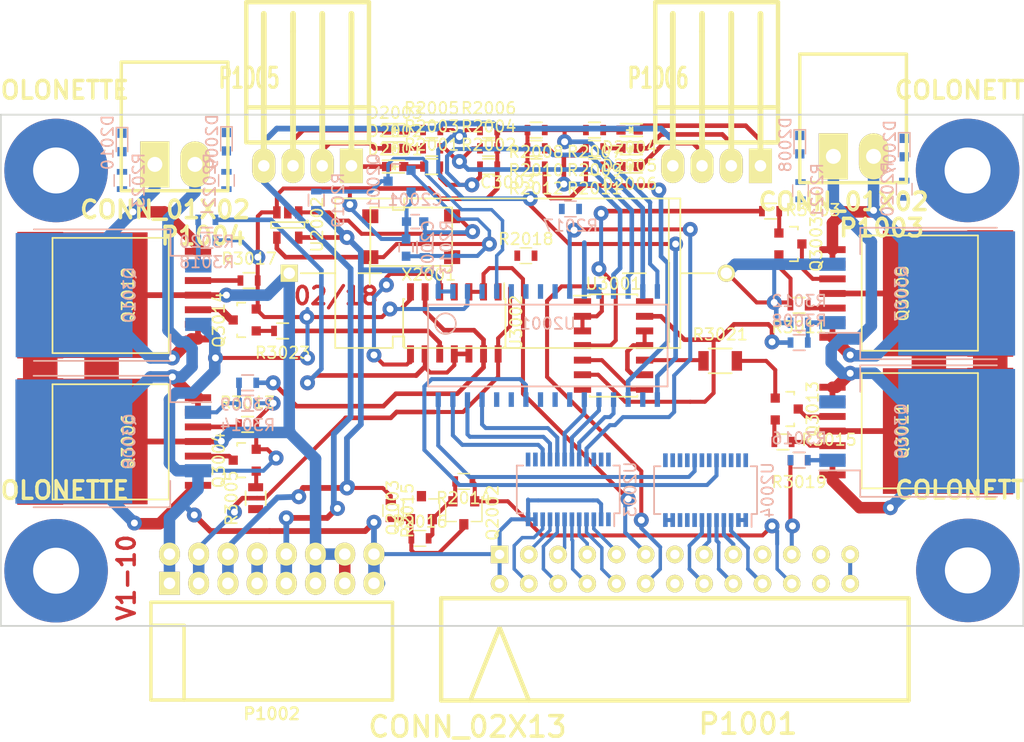
<source format=kicad_pcb>
(kicad_pcb (version 4) (host pcbnew 4.0.7)
  (title_block (title MECHANICAL_MOTOR_BOARD) (date 2018-02-05) (rev V1-10) (company F4DEB))
  (layers (0 F.Cu signal) (31 B.Cu signal) (34 B.Paste user) (35 F.Paste user) (36 B.SilkS user) (37 F.SilkS user) (38 B.Mask user) (39 F.Mask user) (44 Edge.Cuts user))
  (net 0 "")
  (net 1 GND)
  (net 2 +15V)
  (net 3 +12V)
  (net 4 +5V)
  (net 5 +5VD)
  (net 6 +3V3)
  (net 7 /Motor/M1A)
  (net 8 /Motor/M1B)
  (net 9 /Motor/M2A)
  (net 10 /Motor/M2B)
  (net 11 "Net-(Q3003-Pad3)")
  (net 12 "Net-(Q3004-Pad3)")
  (net 13 "Net-(Q3007-Pad1)")
  (net 14 "Net-(Q3008-Pad1)")
  (net 15 "Net-(Q3009-Pad1)")
  (net 16 "Net-(Q3010-Pad1)")
  (net 17 "Net-(Q3011-Pad3)")
  (net 18 "Net-(Q3012-Pad3)")
  (net 19 "Net-(Q3013-Pad1)")
  (net 20 "Net-(Q3014-Pad1)")
  (net 21 "Net-(R3008-Pad2)")
  (net 22 "Net-(R3009-Pad2)")
  (net 23 "Net-(K1-Pad1)")
  (net 24 "Net-(K2-Pad1)")
  (net 25 "Net-(K3-Pad1)")
  (net 26 "Net-(K4-Pad1)")
  (net 27 "Net-(D2001-Pad2)")
  (net 28 /Codeur/CHAx)
  (net 29 "Net-(D2002-Pad2)")
  (net 30 /Codeur/CHBx)
  (net 31 "Net-(D2003-Pad2)")
  (net 32 /Codeur/CHIx)
  (net 33 "Net-(D2004-Pad2)")
  (net 34 /Codeur/CHAy)
  (net 35 "Net-(D2005-Pad2)")
  (net 36 /Codeur/CHBy)
  (net 37 "Net-(D2006-Pad2)")
  (net 38 /Codeur/CHIy)
  (net 39 "Net-(R2001-Pad2)")
  (net 40 "Net-(R2003-Pad2)")
  (net 41 "Net-(R2005-Pad2)")
  (net 42 "Net-(R2007-Pad2)")
  (net 43 "Net-(R2009-Pad2)")
  (net 44 "Net-(R2011-Pad2)")
  (net 45 "Net-(C2002-Pad1)")
  (net 46 "Net-(C2001-Pad1)")
  (net 47 "Net-(Q2001-Pad3)")
  (net 48 "Net-(Q3003-Pad1)")
  (net 49 "Net-(Q3004-Pad1)")
  (net 50 "Net-(R3003-Pad1)")
  (net 51 "Net-(R3005-Pad1)")
  (net 52 "Net-(R3021-Pad1)")
  (net 53 "Net-(R3023-Pad1)")
  (net 54 /SDA1-5V)
  (net 55 /SCL1-5V)
  (net 56 /IO2)
  (net 57 /IO1)
  (net 58 /IO3)
  (net 59 /IO4)
  (net 60 /IO6)
  (net 61 /IO5)
  (net 62 /IO7)
  (net 63 /IO8)
  (net 64 /INT4)
  (net 65 /IO9)
  (net 66 /OC4-5V)
  (net 67 /OC5-5V)
  (net 68 /IO24)
  (net 69 /IO25)
  (net 70 /IO23)
  (net 71 /IO22)
  (net 72 /IO20)
  (net 73 /IO21)
  (net 74 /IO19)
  (net 75 /IO18)
  (net 76 "Net-(U2001-Pad24)")
  (net 77 "Net-(U2001-Pad28)")
  (net 78 "Net-(U2001-Pad32)")
  (net 79 "Net-(U2001-Pad9)")
  (net 80 "Net-(U2001-Pad11)")
  (net 81 "Net-(U2001-Pad6)")
  (net 82 "Net-(U2001-Pad7)")
  (net 83 "Net-(U2001-Pad8)")
  (net 84 "Net-(U2001-Pad27)")
  (net 85 "Net-(U2001-Pad26)")
  (net 86 "Net-(U2001-Pad25)")
  (net 87 "Net-(U2003-Pad23)")
  (net 88 "Net-(U2004-Pad10)")
  (net 89 "Net-(U2004-Pad14)")
  (net 90 "Net-(U2004-Pad15)")
  (net 91 "Net-(U2004-Pad23)")
  (net 92 "Net-(X2001-Pad3)")
  (net 93 /Codeur/BD6)
  (net 94 /Codeur/BD5)
  (net 95 /Codeur/BD4)
  (net 96 /Codeur/BD3)
  (net 97 /Codeur/BD2)
  (net 98 /Codeur/BD1)
  (net 99 /Codeur/BD0)
  (net 100 /Codeur/BD7)
  (net 101 "Net-(U2004-Pad8)")
  (net 102 "Net-(U2004-Pad9)")
  (net 103 "Net-(U2004-Pad16)")
  (net 104 "Net-(Q3005-Pad5)")
  (net 105 "Net-(Q3006-Pad5)")
  (net 106 "Net-(Q3011-Pad5)")
  (net 107 "Net-(Q3012-Pad5)")
  (net 108 "Net-(D2007-Pad2)")
  (net 109 "Net-(D2008-Pad2)")
  (net 110 "Net-(D2009-Pad2)")
  (net 111 "Net-(D2010-Pad2)")
  (net 112 "Net-(Q2002-Pad3)")
  (net 113 "Net-(Q2003-Pad3)")
  (net 114 "Net-(R2017-Pad2)")
  (net 115 "Net-(R2018-Pad2)")
  (module f4deb-mod-library:he10-26c-f (layer F.Cu) (at 215.519 74.8665 180)
    (fp_text reference P1001 (at -21.59 -14.732 180) (layer F.SilkS) (effects (font (size 1.778 1.778) (thickness 0.3048))))
    (fp_text value CONN_02X13 (at 2.794 -14.986 360) (layer F.SilkS) (effects (font (size 1.778 1.778) (thickness 0.3048))))
    (pad 1 thru_hole rect (at 0 0) (size 1.524 1.524) (drill 0.8128) (layers *.Cu *.Mask F.SilkS) (net 1 GND))
    (pad 2 thru_hole circle (at 0 -2.54) (size 1.524 1.524) (drill 0.8128) (layers *.Cu *.Mask F.SilkS) (net 1 GND))
    (pad 3 thru_hole circle (at -2.54 0) (size 1.524 1.524) (drill 0.8128) (layers *.Cu *.Mask F.SilkS) (net 74 /IO19))
    (pad 4 thru_hole circle (at -2.54 -2.54) (size 1.524 1.524) (drill 0.8128) (layers *.Cu *.Mask F.SilkS) (net 75 /IO18))
    (pad 5 thru_hole circle (at -5.08 0) (size 1.524 1.524) (drill 0.8128) (layers *.Cu *.Mask F.SilkS) (net 73 /IO21))
    (pad 6 thru_hole circle (at -5.08 -2.54) (size 1.524 1.524) (drill 0.8128) (layers *.Cu *.Mask F.SilkS) (net 72 /IO20))
    (pad 7 thru_hole circle (at -7.62 0) (size 1.524 1.524) (drill 0.8128) (layers *.Cu *.Mask F.SilkS) (net 70 /IO23))
    (pad 8 thru_hole circle (at -7.62 -2.54) (size 1.524 1.524) (drill 0.8128) (layers *.Cu *.Mask F.SilkS) (net 71 /IO22))
    (pad 9 thru_hole circle (at -10.16 0) (size 1.524 1.524) (drill 0.8128) (layers *.Cu *.Mask F.SilkS) (net 69 /IO25))
    (pad 10 thru_hole circle (at -10.16 -2.54) (size 1.524 1.524) (drill 0.8128) (layers *.Cu *.Mask F.SilkS) (net 68 /IO24))
    (pad 11 thru_hole circle (at -12.7 0) (size 1.524 1.524) (drill 0.8128) (layers *.Cu *.Mask F.SilkS) (net 66 /OC4-5V))
    (pad 12 thru_hole circle (at -12.7 -2.54) (size 1.524 1.524) (drill 0.8128) (layers *.Cu *.Mask F.SilkS) (net 67 /OC5-5V))
    (pad 13 thru_hole circle (at -15.24 0) (size 1.524 1.524) (drill 0.8128) (layers *.Cu *.Mask F.SilkS) (net 65 /IO9))
    (pad 14 thru_hole circle (at -15.24 -2.54) (size 1.524 1.524) (drill 0.8128) (layers *.Cu *.Mask F.SilkS) (net 64 /INT4))
    (pad 15 thru_hole circle (at -17.78 0) (size 1.524 1.524) (drill 0.8128) (layers *.Cu *.Mask F.SilkS) (net 62 /IO7))
    (pad 16 thru_hole circle (at -17.78 -2.54) (size 1.524 1.524) (drill 0.8128) (layers *.Cu *.Mask F.SilkS) (net 63 /IO8))
    (pad 17 thru_hole circle (at -20.32 0) (size 1.524 1.524) (drill 0.8128) (layers *.Cu *.Mask F.SilkS) (net 61 /IO5))
    (pad 18 thru_hole circle (at -20.32 -2.54) (size 1.524 1.524) (drill 0.8128) (layers *.Cu *.Mask F.SilkS) (net 60 /IO6))
    (pad 19 thru_hole circle (at -22.86 0) (size 1.524 1.524) (drill 0.8128) (layers *.Cu *.Mask F.SilkS) (net 58 /IO3))
    (pad 20 thru_hole circle (at -22.86 -2.54) (size 1.524 1.524) (drill 0.8128) (layers *.Cu *.Mask F.SilkS) (net 59 /IO4))
    (pad 21 thru_hole circle (at -25.4 0) (size 1.524 1.524) (drill 0.8128) (layers *.Cu *.Mask F.SilkS) (net 57 /IO1))
    (pad 22 thru_hole circle (at -25.4 -2.54) (size 1.524 1.524) (drill 0.8128) (layers *.Cu *.Mask F.SilkS) (net 56 /IO2))
    (pad 23 thru_hole circle (at -27.94 0) (size 1.524 1.524) (drill 0.8128) (layers *.Cu *.Mask F.SilkS) (net 54 /SDA1-5V))
    (pad 24 thru_hole circle (at -27.94 -2.54) (size 1.524 1.524) (drill 0.8128) (layers *.Cu *.Mask F.SilkS) (net 55 /SCL1-5V))
    (pad 25 thru_hole circle (at -30.48 0) (size 1.524 1.524) (drill 0.8128) (layers *.Cu *.Mask F.SilkS) (net 1 GND))
    (pad 26 thru_hole circle (at -30.48 -2.54) (size 1.524 1.524) (drill 0.8128) (layers *.Cu *.Mask F.SilkS) (net 1 GND))
  )
  (module Capacitors_ThroughHole:C_Axial_D13_L31_P38 (layer F.Cu) (at 197.231 50.419)
    (fp_text reference C3003 (at 19 -7.9) (layer F.SilkS))
    (fp_text value 470U)
    (pad 1 thru_hole rect (at 0 0) (size 1.5 1.5) (drill 1) (layers *.Cu *.Mask F.SilkS) (net 2 +15V))
    (pad 2 thru_hole circle (at 38 0) (size 1.5 1.5) (drill 1) (layers *.Cu *.Mask F.SilkS) (net 1 GND))
  )
  (module SMD_Packages:TO-263 (layer B.Cu) (at 189.29731 65.05067 270)
    (fp_text reference Q3008 (at 0 5.969 270) (layer B.SilkS) (effects (justify mirror)))
    (fp_text value STB80NF55L_06T4)
    (pad 2 smd rect (at 0 10.795 270) (size 10.80008 10.16) (layers B.Cu B.Paste B.Mask) (net 9 /Motor/M2A))
    (pad 3 smd rect (at 2.54 0 270) (size 1.143 2.286) (layers B.Cu B.Paste B.Mask) (net 1 GND))
    (pad 1 smd rect (at -2.54 0 270) (size 1.143 2.286) (layers B.Cu B.Paste B.Mask) (net 14 "Net-(Q3008-Pad1)"))
  )
  (module SMD_Packages:TO-263 (layer B.Cu) (at 244.45976 52.17922 90)
    (fp_text reference Q3007 (at 0 5.969 90) (layer B.SilkS) (effects (justify mirror)))
    (fp_text value STB80NF55L_06T4)
    (pad 2 smd rect (at 0 10.795 90) (size 10.80008 10.16) (layers B.Cu B.Paste B.Mask) (net 7 /Motor/M1A))
    (pad 3 smd rect (at 2.54 0 90) (size 1.143 2.286) (layers B.Cu B.Paste B.Mask) (net 1 GND))
    (pad 1 smd rect (at -2.54 0 90) (size 1.143 2.286) (layers B.Cu B.Paste B.Mask) (net 13 "Net-(Q3007-Pad1)"))
  )
  (module SMD_Packages:TO-263 (layer B.Cu) (at 244.45976 64.14262 90)
    (fp_text reference Q3009 (at 0 5.969 90) (layer B.SilkS) (effects (justify mirror)))
    (fp_text value STB80NF55L_06T4)
    (pad 2 smd rect (at 0 10.795 90) (size 10.80008 10.16) (layers B.Cu B.Paste B.Mask) (net 8 /Motor/M1B))
    (pad 3 smd rect (at 2.54 0 90) (size 1.143 2.286) (layers B.Cu B.Paste B.Mask) (net 1 GND))
    (pad 1 smd rect (at -2.54 0 90) (size 1.143 2.286) (layers B.Cu B.Paste B.Mask) (net 15 "Net-(Q3009-Pad1)"))
  )
  (module SMD_Packages:TO-263 (layer B.Cu) (at 189.32271 52.32527 270)
    (fp_text reference Q3010 (at 0 5.969 270) (layer B.SilkS) (effects (justify mirror)))
    (fp_text value STB80NF55L_06T4)
    (pad 2 smd rect (at 0 10.795 270) (size 10.80008 10.16) (layers B.Cu B.Paste B.Mask) (net 10 /Motor/M2B))
    (pad 3 smd rect (at 2.54 0 270) (size 1.143 2.286) (layers B.Cu B.Paste B.Mask) (net 1 GND))
    (pad 1 smd rect (at -2.54 0 270) (size 1.143 2.286) (layers B.Cu B.Paste B.Mask) (net 16 "Net-(Q3010-Pad1)"))
  )
  (module Resistors_SMD:R_0603 (layer F.Cu) (at 239.0775 45.0215)
    (fp_text reference R3003 (at 3.68554 -0.09398) (layer F.SilkS))
    (fp_text value 10k)
    (pad 1 smd rect (at -0.75 0) (size 0.5 0.9) (layers F.Cu F.Paste F.Mask) (net 50 "Net-(R3003-Pad1)"))
    (pad 2 smd rect (at 0.75 0) (size 0.5 0.9) (layers F.Cu F.Paste F.Mask) (net 48 "Net-(Q3003-Pad1)"))
  )
  (module Resistors_SMD:R_0603 (layer B.Cu) (at 241.56416 56.44642 180)
    (fp_text reference R3008 (at 0 1.9 180) (layer B.SilkS) (effects (justify mirror)))
    (fp_text value 100)
    (pad 1 smd rect (at -0.75 0 180) (size 0.5 0.9) (layers B.Cu B.Paste B.Mask) (net 13 "Net-(Q3007-Pad1)"))
    (pad 2 smd rect (at 0.75 0 180) (size 0.5 0.9) (layers B.Cu B.Paste B.Mask) (net 21 "Net-(R3008-Pad2)"))
  )
  (module Resistors_SMD:R_0603 (layer B.Cu) (at 193.6115 59.944)
    (fp_text reference R3009 (at 0 1.9) (layer B.SilkS) (effects (justify mirror)))
    (fp_text value 100)
    (pad 1 smd rect (at -0.75 0) (size 0.5 0.9) (layers B.Cu B.Paste B.Mask) (net 14 "Net-(Q3008-Pad1)"))
    (pad 2 smd rect (at 0.75 0) (size 0.5 0.9) (layers B.Cu B.Paste B.Mask) (net 22 "Net-(R3009-Pad2)"))
  )
  (module Resistors_SMD:R_0603 (layer F.Cu) (at 241.554 53.213 180)
    (fp_text reference R3011 (at 0 -1.9 180) (layer F.SilkS))
    (fp_text value 2.2k)
    (pad 1 smd rect (at -0.75 0 180) (size 0.5 0.9) (layers F.Cu F.Paste F.Mask) (net 104 "Net-(Q3005-Pad5)"))
    (pad 2 smd rect (at 0.75 0 180) (size 0.5 0.9) (layers F.Cu F.Paste F.Mask) (net 1 GND))
  )
  (module Resistors_SMD:R_0603 (layer B.Cu) (at 241.56416 54.73192 180)
    (fp_text reference R3012 (at 0 1.9 180) (layer B.SilkS) (effects (justify mirror)))
    (fp_text value 100k)
    (pad 1 smd rect (at -0.75 0 180) (size 0.5 0.9) (layers B.Cu B.Paste B.Mask) (net 13 "Net-(Q3007-Pad1)"))
    (pad 2 smd rect (at 0.75 0 180) (size 0.5 0.9) (layers B.Cu B.Paste B.Mask) (net 1 GND))
  )
  (module Resistors_SMD:R_0603 (layer F.Cu) (at 193.6115 63.5635)
    (fp_text reference R3013 (at 0 -1.9) (layer F.SilkS))
    (fp_text value 2.2k)
    (pad 1 smd rect (at -0.75 0) (size 0.5 0.9) (layers F.Cu F.Paste F.Mask) (net 105 "Net-(Q3006-Pad5)"))
    (pad 2 smd rect (at 0.75 0) (size 0.5 0.9) (layers F.Cu F.Paste F.Mask) (net 1 GND))
  )
  (module Resistors_SMD:R_0603 (layer B.Cu) (at 193.6115 61.722)
    (fp_text reference R3014 (at 0 1.9) (layer B.SilkS) (effects (justify mirror)))
    (fp_text value 100k)
    (pad 1 smd rect (at -0.75 0) (size 0.5 0.9) (layers B.Cu B.Paste B.Mask) (net 14 "Net-(Q3008-Pad1)"))
    (pad 2 smd rect (at 0.75 0) (size 0.5 0.9) (layers B.Cu B.Paste B.Mask) (net 1 GND))
  )
  (module Resistors_SMD:R_0603 (layer F.Cu) (at 240.157 65.0875 180)
    (fp_text reference R3015 (at -4.0005 0.1905 180) (layer F.SilkS))
    (fp_text value 2.2k)
    (pad 1 smd rect (at -0.75 0 180) (size 0.5 0.9) (layers F.Cu F.Paste F.Mask) (net 106 "Net-(Q3011-Pad5)"))
    (pad 2 smd rect (at 0.75 0 180) (size 0.5 0.9) (layers F.Cu F.Paste F.Mask) (net 1 GND))
  )
  (module Resistors_SMD:R_0603 (layer B.Cu) (at 241.56416 66.66992 180)
    (fp_text reference R3016 (at 0 1.9 180) (layer B.SilkS) (effects (justify mirror)))
    (fp_text value 100k)
    (pad 1 smd rect (at -0.75 0 180) (size 0.5 0.9) (layers B.Cu B.Paste B.Mask) (net 15 "Net-(Q3009-Pad1)"))
    (pad 2 smd rect (at 0.75 0 180) (size 0.5 0.9) (layers B.Cu B.Paste B.Mask) (net 1 GND))
  )
  (module Resistors_SMD:R_0603 (layer F.Cu) (at 193.7385 51.054)
    (fp_text reference R3017 (at 0 -1.9) (layer F.SilkS))
    (fp_text value 2.2k)
    (pad 1 smd rect (at -0.75 0) (size 0.5 0.9) (layers F.Cu F.Paste F.Mask) (net 107 "Net-(Q3012-Pad5)"))
    (pad 2 smd rect (at 0.75 0) (size 0.5 0.9) (layers F.Cu F.Paste F.Mask) (net 1 GND))
  )
  (module Resistors_SMD:R_0603 (layer B.Cu) (at 190.06566 47.55642)
    (fp_text reference R3018 (at 0 1.9) (layer B.SilkS) (effects (justify mirror)))
    (fp_text value 100k)
    (pad 1 smd rect (at -0.75 0) (size 0.5 0.9) (layers B.Cu B.Paste B.Mask) (net 16 "Net-(Q3010-Pad1)"))
    (pad 2 smd rect (at 0.75 0) (size 0.5 0.9) (layers B.Cu B.Paste B.Mask) (net 1 GND))
  )
  (module Resistors_SMD:R_0603 (layer F.Cu) (at 241.554 66.675 180)
    (fp_text reference R3019 (at 0 -1.9 180) (layer F.SilkS))
    (fp_text value 100)
    (pad 1 smd rect (at -0.75 0 180) (size 0.5 0.9) (layers F.Cu F.Paste F.Mask) (net 15 "Net-(Q3009-Pad1)"))
    (pad 2 smd rect (at 0.75 0 180) (size 0.5 0.9) (layers F.Cu F.Paste F.Mask) (net 57 /IO1))
  )
  (module Resistors_SMD:R_0603 (layer B.Cu) (at 190.06566 45.77842)
    (fp_text reference R3020 (at 0 1.9) (layer B.SilkS) (effects (justify mirror)))
    (fp_text value 100)
    (pad 1 smd rect (at -0.75 0) (size 0.5 0.9) (layers B.Cu B.Paste B.Mask) (net 16 "Net-(Q3010-Pad1)"))
    (pad 2 smd rect (at 0.75 0) (size 0.5 0.9) (layers B.Cu B.Paste B.Mask) (net 65 /IO9))
  )
  (module Resistors_SMD:R_0603 (layer F.Cu) (at 196.6595 55.4355 180)
    (fp_text reference R3023 (at 0 -1.9 180) (layer F.SilkS))
    (fp_text value 10k)
    (pad 1 smd rect (at -0.75 0 180) (size 0.5 0.9) (layers F.Cu F.Paste F.Mask) (net 53 "Net-(R3023-Pad1)"))
    (pad 2 smd rect (at 0.75 0 180) (size 0.5 0.9) (layers F.Cu F.Paste F.Mask) (net 20 "Net-(Q3014-Pad1)"))
  )
  (module CEN-PCB:COLONETTE (layer F.Cu) (at 256.23266 76.25842)
    (fp_text reference K1 (at 0 0) (layer F.SilkS) (effects (font (thickness 0.3048))))
    (fp_text value COLONETTE (at 0 -6.985) (layer F.SilkS) (effects (font (thickness 0.3048))))
    (pad 1 thru_hole circle (at 0 0) (size 8.99922 8.99922) (drill 4.0005) (layers *.Cu) (net 23 "Net-(K1-Pad1)"))
    (pad 1 thru_hole circle (at 0 0) (size 2 2) (drill 0.6) (layers *.Cu *.Mask F.SilkS) (net 23 "Net-(K1-Pad1)"))
  )
  (module CEN-PCB:COLONETTE (layer F.Cu) (at 176.95926 41.48582)
    (fp_text reference K2 (at 0 0) (layer F.SilkS) (effects (font (thickness 0.3048))))
    (fp_text value COLONETTE (at 0 -6.985) (layer F.SilkS) (effects (font (thickness 0.3048))))
    (pad 1 thru_hole circle (at 0 0) (size 8.99922 8.99922) (drill 4.0005) (layers *.Cu) (net 24 "Net-(K2-Pad1)"))
    (pad 1 thru_hole circle (at 0 0) (size 2 2) (drill 0.6) (layers *.Cu *.Mask F.SilkS) (net 24 "Net-(K2-Pad1)"))
  )
  (module CEN-PCB:COLONETTE (layer F.Cu) (at 176.95926 76.28382)
    (fp_text reference K3 (at 0 0) (layer F.SilkS) (effects (font (thickness 0.3048))))
    (fp_text value COLONETTE (at 0 -6.985) (layer F.SilkS) (effects (font (thickness 0.3048))))
    (pad 1 thru_hole circle (at 0 0) (size 8.99922 8.99922) (drill 4.0005) (layers *.Cu) (net 25 "Net-(K3-Pad1)"))
    (pad 1 thru_hole circle (at 0 0) (size 2 2) (drill 0.6) (layers *.Cu *.Mask F.SilkS) (net 25 "Net-(K3-Pad1)"))
  )
  (module CEN-PCB:COLONETTE (layer F.Cu) (at 256.20726 41.48582)
    (fp_text reference K4 (at 0 0) (layer F.SilkS) (effects (font (thickness 0.3048))))
    (fp_text value COLONETTE (at 0 -6.985) (layer F.SilkS) (effects (font (thickness 0.3048))))
    (pad 1 thru_hole circle (at 0 0) (size 8.99922 8.99922) (drill 4.0005) (layers *.Cu) (net 26 "Net-(K4-Pad1)"))
    (pad 1 thru_hole circle (at 0 0) (size 2 2) (drill 0.6) (layers *.Cu *.Mask F.SilkS) (net 26 "Net-(K4-Pad1)"))
  )
  (module Housings_SOIC:SOIC-14_3.9x8.7mm_Pitch1.27mm (layer F.Cu) (at 225.425 56.7055)
    (fp_text reference U3001 (at 0 -5.375) (layer F.SilkS))
    (fp_text value 74HC02)
    (pad 1 smd rect (at -2.7 -3.81) (size 1.5 0.6) (layers F.Cu F.Paste F.Mask) (net 114 "Net-(R2017-Pad2)"))
    (pad 2 smd rect (at -2.7 -2.54) (size 1.5 0.6) (layers F.Cu F.Paste F.Mask) (net 67 /OC5-5V))
    (pad 3 smd rect (at -2.7 -1.27) (size 1.5 0.6) (layers F.Cu F.Paste F.Mask) (net 67 /OC5-5V))
    (pad 4 smd rect (at -2.7 0) (size 1.5 0.6) (layers F.Cu F.Paste F.Mask) (net 50 "Net-(R3003-Pad1)"))
    (pad 5 smd rect (at -2.7 1.27) (size 1.5 0.6) (layers F.Cu F.Paste F.Mask) (net 113 "Net-(Q2003-Pad3)"))
    (pad 6 smd rect (at -2.7 2.54) (size 1.5 0.6) (layers F.Cu F.Paste F.Mask) (net 21 "Net-(R3008-Pad2)"))
    (pad 7 smd rect (at -2.7 3.81) (size 1.5 0.6) (layers F.Cu F.Paste F.Mask) (net 1 GND))
    (pad 8 smd rect (at 2.7 3.81) (size 1.5 0.6) (layers F.Cu F.Paste F.Mask) (net 113 "Net-(Q2003-Pad3)"))
    (pad 9 smd rect (at 2.7 2.54) (size 1.5 0.6) (layers F.Cu F.Paste F.Mask) (net 57 /IO1))
    (pad 10 smd rect (at 2.7 1.27) (size 1.5 0.6) (layers F.Cu F.Paste F.Mask) (net 52 "Net-(R3021-Pad1)"))
    (pad 11 smd rect (at 2.7 0) (size 1.5 0.6) (layers F.Cu F.Paste F.Mask) (net 57 /IO1))
    (pad 12 smd rect (at 2.7 -1.27) (size 1.5 0.6) (layers F.Cu F.Paste F.Mask) (net 57 /IO1))
    (pad 13 smd rect (at 2.7 -2.54) (size 1.5 0.6) (layers F.Cu F.Paste F.Mask) (net 21 "Net-(R3008-Pad2)"))
    (pad 14 smd rect (at 2.7 -3.81) (size 1.5 0.6) (layers F.Cu F.Paste F.Mask) (net 5 +5VD))
  )
  (module Housings_SOIC:SOIC-14_3.9x8.7mm_Pitch1.27mm (layer F.Cu) (at 211.582 54.737 270)
    (fp_text reference U3002 (at 0 -5.375 270) (layer F.SilkS))
    (fp_text value 74HC02)
    (pad 1 smd rect (at -2.7 -3.81 270) (size 1.5 0.6) (layers F.Cu F.Paste F.Mask) (net 115 "Net-(R2018-Pad2)"))
    (pad 2 smd rect (at -2.7 -2.54 270) (size 1.5 0.6) (layers F.Cu F.Paste F.Mask) (net 66 /OC4-5V))
    (pad 3 smd rect (at -2.7 -1.27 270) (size 1.5 0.6) (layers F.Cu F.Paste F.Mask) (net 66 /OC4-5V))
    (pad 4 smd rect (at -2.7 0 270) (size 1.5 0.6) (layers F.Cu F.Paste F.Mask) (net 51 "Net-(R3005-Pad1)"))
    (pad 5 smd rect (at -2.7 1.27 270) (size 1.5 0.6) (layers F.Cu F.Paste F.Mask) (net 113 "Net-(Q2003-Pad3)"))
    (pad 6 smd rect (at -2.7 2.54 270) (size 1.5 0.6) (layers F.Cu F.Paste F.Mask) (net 22 "Net-(R3009-Pad2)"))
    (pad 7 smd rect (at -2.7 3.81 270) (size 1.5 0.6) (layers F.Cu F.Paste F.Mask) (net 1 GND))
    (pad 8 smd rect (at 2.7 3.81 270) (size 1.5 0.6) (layers F.Cu F.Paste F.Mask) (net 113 "Net-(Q2003-Pad3)"))
    (pad 9 smd rect (at 2.7 2.54 270) (size 1.5 0.6) (layers F.Cu F.Paste F.Mask) (net 65 /IO9))
    (pad 10 smd rect (at 2.7 1.27 270) (size 1.5 0.6) (layers F.Cu F.Paste F.Mask) (net 53 "Net-(R3023-Pad1)"))
    (pad 11 smd rect (at 2.7 0 270) (size 1.5 0.6) (layers F.Cu F.Paste F.Mask) (net 65 /IO9))
    (pad 12 smd rect (at 2.7 -1.27 270) (size 1.5 0.6) (layers F.Cu F.Paste F.Mask) (net 65 /IO9))
    (pad 13 smd rect (at 2.7 -2.54 270) (size 1.5 0.6) (layers F.Cu F.Paste F.Mask) (net 22 "Net-(R3009-Pad2)"))
    (pad 14 smd rect (at 2.7 -3.81 270) (size 1.5 0.6) (layers F.Cu F.Paste F.Mask) (net 5 +5VD))
  )
  (module f4deb-mod-library:PG-TO220-7-4 (layer F.Cu) (at 189.29731 52.32527 90)
    (fp_text reference Q3012 (at 0 -6.096 90) (layer F.SilkS))
    (fp_text value BTS50055)
    (pad 3 smd rect (at -1.27 0 90) (size 0.6 2.286) (layers F.Cu F.Paste F.Mask) (net 18 "Net-(Q3012-Pad3)"))
    (pad 4 smd rect (at 0 -13.716 90) (size 11 4) (layers F.Cu F.Paste F.Mask) (net 2 +15V))
    (pad 5 smd rect (at 1.27 0 90) (size 0.6 2.286) (layers F.Cu F.Paste F.Mask) (net 107 "Net-(Q3012-Pad5)"))
    (pad 4 smd rect (at 0 0 90) (size 0.6 2.286) (layers F.Cu F.Paste F.Mask) (net 2 +15V))
    (pad 2 smd rect (at -2.54 0 90) (size 0.6 2.286) (layers F.Cu F.Paste F.Mask) (net 10 /Motor/M2B))
    (pad 6 smd rect (at 2.54 0 90) (size 0.6 2.286) (layers F.Cu F.Paste F.Mask) (net 10 /Motor/M2B))
    (pad 7 smd rect (at 3.81 0 90) (size 0.6 2.286) (layers F.Cu F.Paste F.Mask) (net 10 /Motor/M2B))
    (pad 1 smd rect (at -3.81 0 90) (size 0.6 2.286) (layers F.Cu F.Paste F.Mask) (net 10 /Motor/M2B))
    (pad 4 smd rect (at 0 -8.382 90) (size 10.922 8) (layers F.Cu F.Paste F.Mask) (net 2 +15V))
  )
  (module f4deb-mod-library:PG-TO220-7-4 (layer F.Cu) (at 244.45976 64.14262 270)
    (fp_text reference Q3011 (at 0 -6.096 270) (layer F.SilkS))
    (fp_text value BTS50055)
    (pad 3 smd rect (at -1.27 0 270) (size 0.6 2.286) (layers F.Cu F.Paste F.Mask) (net 17 "Net-(Q3011-Pad3)"))
    (pad 4 smd rect (at 0 -13.716 270) (size 11 4) (layers F.Cu F.Paste F.Mask) (net 2 +15V))
    (pad 5 smd rect (at 1.27 0 270) (size 0.6 2.286) (layers F.Cu F.Paste F.Mask) (net 106 "Net-(Q3011-Pad5)"))
    (pad 4 smd rect (at 0 0 270) (size 0.6 2.286) (layers F.Cu F.Paste F.Mask) (net 2 +15V))
    (pad 2 smd rect (at -2.54 0 270) (size 0.6 2.286) (layers F.Cu F.Paste F.Mask) (net 8 /Motor/M1B))
    (pad 6 smd rect (at 2.54 0 270) (size 0.6 2.286) (layers F.Cu F.Paste F.Mask) (net 8 /Motor/M1B))
    (pad 7 smd rect (at 3.81 0 270) (size 0.6 2.286) (layers F.Cu F.Paste F.Mask) (net 8 /Motor/M1B))
    (pad 1 smd rect (at -3.81 0 270) (size 0.6 2.286) (layers F.Cu F.Paste F.Mask) (net 8 /Motor/M1B))
    (pad 4 smd rect (at 0 -8.382 270) (size 10.922 8) (layers F.Cu F.Paste F.Mask) (net 2 +15V))
  )
  (module f4deb-mod-library:PG-TO220-7-4 (layer F.Cu) (at 189.29731 65.05067 90)
    (fp_text reference Q3006 (at 0 -6.096 90) (layer F.SilkS))
    (fp_text value BTS50055)
    (pad 3 smd rect (at -1.27 0 90) (size 0.6 2.286) (layers F.Cu F.Paste F.Mask) (net 12 "Net-(Q3004-Pad3)"))
    (pad 4 smd rect (at 0 -13.716 90) (size 11 4) (layers F.Cu F.Paste F.Mask) (net 2 +15V))
    (pad 5 smd rect (at 1.27 0 90) (size 0.6 2.286) (layers F.Cu F.Paste F.Mask) (net 105 "Net-(Q3006-Pad5)"))
    (pad 4 smd rect (at 0 0 90) (size 0.6 2.286) (layers F.Cu F.Paste F.Mask) (net 2 +15V))
    (pad 2 smd rect (at -2.54 0 90) (size 0.6 2.286) (layers F.Cu F.Paste F.Mask) (net 9 /Motor/M2A))
    (pad 6 smd rect (at 2.54 0 90) (size 0.6 2.286) (layers F.Cu F.Paste F.Mask) (net 9 /Motor/M2A))
    (pad 7 smd rect (at 3.81 0 90) (size 0.6 2.286) (layers F.Cu F.Paste F.Mask) (net 9 /Motor/M2A))
    (pad 1 smd rect (at -3.81 0 90) (size 0.6 2.286) (layers F.Cu F.Paste F.Mask) (net 9 /Motor/M2A))
    (pad 4 smd rect (at 0 -8.382 90) (size 10.922 8) (layers F.Cu F.Paste F.Mask) (net 2 +15V))
  )
  (module f4deb-mod-library:PG-TO220-7-4 (layer F.Cu) (at 244.45976 52.17922 270)
    (fp_text reference Q3005 (at 0 -6.096 270) (layer F.SilkS))
    (fp_text value BTS50055)
    (pad 3 smd rect (at -1.27 0 270) (size 0.6 2.286) (layers F.Cu F.Paste F.Mask) (net 11 "Net-(Q3003-Pad3)"))
    (pad 4 smd rect (at 0 -13.716 270) (size 11 4) (layers F.Cu F.Paste F.Mask) (net 2 +15V))
    (pad 5 smd rect (at 1.27 0 270) (size 0.6 2.286) (layers F.Cu F.Paste F.Mask) (net 104 "Net-(Q3005-Pad5)"))
    (pad 4 smd rect (at 0 0 270) (size 0.6 2.286) (layers F.Cu F.Paste F.Mask) (net 2 +15V))
    (pad 2 smd rect (at -2.54 0 270) (size 0.6 2.286) (layers F.Cu F.Paste F.Mask) (net 7 /Motor/M1A))
    (pad 6 smd rect (at 2.54 0 270) (size 0.6 2.286) (layers F.Cu F.Paste F.Mask) (net 7 /Motor/M1A))
    (pad 7 smd rect (at 3.81 0 270) (size 0.6 2.286) (layers F.Cu F.Paste F.Mask) (net 7 /Motor/M1A))
    (pad 1 smd rect (at -3.81 0 270) (size 0.6 2.286) (layers F.Cu F.Paste F.Mask) (net 7 /Motor/M1A))
    (pad 4 smd rect (at 0 -8.382 270) (size 10.922 8) (layers F.Cu F.Paste F.Mask) (net 2 +15V))
  )
  (module LEDs:LED-0603 (layer F.Cu) (at 206.4385 41.148)
    (fp_text reference D2001 (at 0 -1.5) (layer F.SilkS))
    (fp_text value LED)
    (pad 2 smd rect (at 0.7493 0 180) (size 0.79756 0.79756) (layers F.Cu F.Paste F.Mask) (net 27 "Net-(D2001-Pad2)"))
    (pad 1 smd rect (at -0.7493 0 180) (size 0.79756 0.79756) (layers F.Cu F.Paste F.Mask) (net 28 /Codeur/CHAx))
  )
  (module LEDs:LED-0603 (layer F.Cu) (at 206.4385 39.5605)
    (fp_text reference D2002 (at 0 -1.5) (layer F.SilkS))
    (fp_text value LED)
    (pad 2 smd rect (at 0.7493 0 180) (size 0.79756 0.79756) (layers F.Cu F.Paste F.Mask) (net 29 "Net-(D2002-Pad2)"))
    (pad 1 smd rect (at -0.7493 0 180) (size 0.79756 0.79756) (layers F.Cu F.Paste F.Mask) (net 30 /Codeur/CHBx))
  )
  (module LEDs:LED-0603 (layer F.Cu) (at 206.4385 37.973)
    (fp_text reference D2003 (at 0 -1.5) (layer F.SilkS))
    (fp_text value LED)
    (pad 2 smd rect (at 0.7493 0 180) (size 0.79756 0.79756) (layers F.Cu F.Paste F.Mask) (net 31 "Net-(D2003-Pad2)"))
    (pad 1 smd rect (at -0.7493 0 180) (size 0.79756 0.79756) (layers F.Cu F.Paste F.Mask) (net 32 /Codeur/CHIx))
  )
  (module LEDs:LED-0603 (layer F.Cu) (at 226.822 37.973 180)
    (fp_text reference D2004 (at 0 -1.5 180) (layer F.SilkS))
    (fp_text value LED)
    (pad 2 smd rect (at 0.7493 0) (size 0.79756 0.79756) (layers F.Cu F.Paste F.Mask) (net 33 "Net-(D2004-Pad2)"))
    (pad 1 smd rect (at -0.7493 0) (size 0.79756 0.79756) (layers F.Cu F.Paste F.Mask) (net 34 /Codeur/CHAy))
  )
  (module LEDs:LED-0603 (layer F.Cu) (at 226.822 39.5605 180)
    (fp_text reference D2005 (at 0 -1.5 180) (layer F.SilkS))
    (fp_text value LED)
    (pad 2 smd rect (at 0.7493 0) (size 0.79756 0.79756) (layers F.Cu F.Paste F.Mask) (net 35 "Net-(D2005-Pad2)"))
    (pad 1 smd rect (at -0.7493 0) (size 0.79756 0.79756) (layers F.Cu F.Paste F.Mask) (net 36 /Codeur/CHBy))
  )
  (module LEDs:LED-0603 (layer F.Cu) (at 226.822 41.148 180)
    (fp_text reference D2006 (at 0 -1.5 180) (layer F.SilkS))
    (fp_text value LED)
    (pad 2 smd rect (at 0.7493 0) (size 0.79756 0.79756) (layers F.Cu F.Paste F.Mask) (net 37 "Net-(D2006-Pad2)"))
    (pad 1 smd rect (at -0.7493 0) (size 0.79756 0.79756) (layers F.Cu F.Paste F.Mask) (net 38 /Codeur/CHIy))
  )
  (module CEN-PCB:KK-4-H (layer F.Cu) (at 195.01866 41.07942)
    (fp_text reference P1005 (at -1.27 -7.62) (layer F.SilkS) (effects (font (size 1.73482 1.08712) (thickness 0.27178))))
    (fp_text value CONN_01X04 hide)
    (pad 1 thru_hole rect (at 7.62 0) (size 2 3) (drill 1.00076) (layers *.Cu *.Mask F.SilkS) (net 28 /Codeur/CHAx))
    (pad 2 thru_hole oval (at 5.08 0) (size 2 3) (drill 1.00076) (layers *.Cu *.Mask F.SilkS) (net 30 /Codeur/CHBx))
    (pad 3 thru_hole oval (at 2.54 0) (size 2 3) (drill 1.00076) (layers *.Cu *.Mask F.SilkS) (net 32 /Codeur/CHIx))
    (pad 4 thru_hole oval (at 0 0) (size 2 3) (drill 1.00076) (layers *.Cu *.Mask F.SilkS) (net 3 +12V))
  )
  (module CEN-PCB:KK-4-H (layer F.Cu) (at 230.57866 41.07942)
    (fp_text reference P1006 (at -1.27 -7.62) (layer F.SilkS) (effects (font (size 1.73482 1.08712) (thickness 0.27178))))
    (fp_text value CONN_01X04 hide)
    (pad 1 thru_hole rect (at 7.62 0) (size 2 3) (drill 1.00076) (layers *.Cu *.Mask F.SilkS) (net 34 /Codeur/CHAy))
    (pad 2 thru_hole oval (at 5.08 0) (size 2 3) (drill 1.00076) (layers *.Cu *.Mask F.SilkS) (net 36 /Codeur/CHBy))
    (pad 3 thru_hole oval (at 2.54 0) (size 2 3) (drill 1.00076) (layers *.Cu *.Mask F.SilkS) (net 38 /Codeur/CHIy))
    (pad 4 thru_hole oval (at 0 0) (size 2 3) (drill 1.00076) (layers *.Cu *.Mask F.SilkS) (net 3 +12V))
  )
  (module Resistors_SMD:R_0603 (layer F.Cu) (at 209.6135 41.148)
    (fp_text reference R2001 (at 0 -1.9) (layer F.SilkS))
    (fp_text value 2.1k)
    (pad 1 smd rect (at -0.75 0) (size 0.5 0.9) (layers F.Cu F.Paste F.Mask) (net 27 "Net-(D2001-Pad2)"))
    (pad 2 smd rect (at 0.75 0) (size 0.5 0.9) (layers F.Cu F.Paste F.Mask) (net 39 "Net-(R2001-Pad2)"))
  )
  (module Resistors_SMD:R_0603 (layer F.Cu) (at 214.5665 41.148)
    (fp_text reference R2002 (at 0 -1.9) (layer F.SilkS))
    (fp_text value 2.1k)
    (pad 1 smd rect (at -0.75 0) (size 0.5 0.9) (layers F.Cu F.Paste F.Mask) (net 39 "Net-(R2001-Pad2)"))
    (pad 2 smd rect (at 0.75 0) (size 0.5 0.9) (layers F.Cu F.Paste F.Mask) (net 1 GND))
  )
  (module Resistors_SMD:R_0603 (layer F.Cu) (at 209.6135 39.5605)
    (fp_text reference R2003 (at 0 -1.9) (layer F.SilkS))
    (fp_text value 2.1k)
    (pad 1 smd rect (at -0.75 0) (size 0.5 0.9) (layers F.Cu F.Paste F.Mask) (net 29 "Net-(D2002-Pad2)"))
    (pad 2 smd rect (at 0.75 0) (size 0.5 0.9) (layers F.Cu F.Paste F.Mask) (net 40 "Net-(R2003-Pad2)"))
  )
  (module Resistors_SMD:R_0603 (layer F.Cu) (at 214.5665 39.5605)
    (fp_text reference R2004 (at 0 -1.9) (layer F.SilkS))
    (fp_text value 2.1k)
    (pad 1 smd rect (at -0.75 0) (size 0.5 0.9) (layers F.Cu F.Paste F.Mask) (net 40 "Net-(R2003-Pad2)"))
    (pad 2 smd rect (at 0.75 0) (size 0.5 0.9) (layers F.Cu F.Paste F.Mask) (net 1 GND))
  )
  (module Resistors_SMD:R_0603 (layer F.Cu) (at 209.6135 37.973)
    (fp_text reference R2005 (at 0 -1.9) (layer F.SilkS))
    (fp_text value 2.1k)
    (pad 1 smd rect (at -0.75 0) (size 0.5 0.9) (layers F.Cu F.Paste F.Mask) (net 31 "Net-(D2003-Pad2)"))
    (pad 2 smd rect (at 0.75 0) (size 0.5 0.9) (layers F.Cu F.Paste F.Mask) (net 41 "Net-(R2005-Pad2)"))
  )
  (module Resistors_SMD:R_0603 (layer F.Cu) (at 214.5665 37.973)
    (fp_text reference R2006 (at 0 -1.9) (layer F.SilkS))
    (fp_text value 2.1k)
    (pad 1 smd rect (at -0.75 0) (size 0.5 0.9) (layers F.Cu F.Paste F.Mask) (net 41 "Net-(R2005-Pad2)"))
    (pad 2 smd rect (at 0.75 0) (size 0.5 0.9) (layers F.Cu F.Paste F.Mask) (net 1 GND))
  )
  (module Resistors_SMD:R_0603 (layer F.Cu) (at 223.774 37.973 180)
    (fp_text reference R2007 (at 0 -1.9 180) (layer F.SilkS))
    (fp_text value 2.1k)
    (pad 1 smd rect (at -0.75 0 180) (size 0.5 0.9) (layers F.Cu F.Paste F.Mask) (net 33 "Net-(D2004-Pad2)"))
    (pad 2 smd rect (at 0.75 0 180) (size 0.5 0.9) (layers F.Cu F.Paste F.Mask) (net 42 "Net-(R2007-Pad2)"))
  )
  (module Resistors_SMD:R_0603 (layer F.Cu) (at 218.694 37.973 180)
    (fp_text reference R2008 (at 0 -1.9 180) (layer F.SilkS))
    (fp_text value 2.1k)
    (pad 1 smd rect (at -0.75 0 180) (size 0.5 0.9) (layers F.Cu F.Paste F.Mask) (net 42 "Net-(R2007-Pad2)"))
    (pad 2 smd rect (at 0.75 0 180) (size 0.5 0.9) (layers F.Cu F.Paste F.Mask) (net 1 GND))
  )
  (module Resistors_SMD:R_0603 (layer F.Cu) (at 223.774 39.5605 180)
    (fp_text reference R2009 (at 0 -1.9 180) (layer F.SilkS))
    (fp_text value 2.1k)
    (pad 1 smd rect (at -0.75 0 180) (size 0.5 0.9) (layers F.Cu F.Paste F.Mask) (net 35 "Net-(D2005-Pad2)"))
    (pad 2 smd rect (at 0.75 0 180) (size 0.5 0.9) (layers F.Cu F.Paste F.Mask) (net 43 "Net-(R2009-Pad2)"))
  )
  (module Resistors_SMD:R_0603 (layer F.Cu) (at 218.694 39.5605 180)
    (fp_text reference R2010 (at 0 -1.9 180) (layer F.SilkS))
    (fp_text value 2.1k)
    (pad 1 smd rect (at -0.75 0 180) (size 0.5 0.9) (layers F.Cu F.Paste F.Mask) (net 43 "Net-(R2009-Pad2)"))
    (pad 2 smd rect (at 0.75 0 180) (size 0.5 0.9) (layers F.Cu F.Paste F.Mask) (net 1 GND))
  )
  (module Resistors_SMD:R_0603 (layer F.Cu) (at 223.774 41.148 180)
    (fp_text reference R2011 (at 0 -1.9 180) (layer F.SilkS))
    (fp_text value 2.1k)
    (pad 1 smd rect (at -0.75 0 180) (size 0.5 0.9) (layers F.Cu F.Paste F.Mask) (net 37 "Net-(D2006-Pad2)"))
    (pad 2 smd rect (at 0.75 0 180) (size 0.5 0.9) (layers F.Cu F.Paste F.Mask) (net 44 "Net-(R2011-Pad2)"))
  )
  (module Resistors_SMD:R_0603 (layer F.Cu) (at 218.694 41.148 180)
    (fp_text reference R2012 (at 0 -1.9 180) (layer F.SilkS))
    (fp_text value 2.1k)
    (pad 1 smd rect (at -0.75 0 180) (size 0.5 0.9) (layers F.Cu F.Paste F.Mask) (net 44 "Net-(R2011-Pad2)"))
    (pad 2 smd rect (at 0.75 0 180) (size 0.5 0.9) (layers F.Cu F.Paste F.Mask) (net 1 GND))
  )
  (module SMD_Packages:SOJ-32 (layer B.Cu) (at 219.71 56.7055)
    (fp_text reference U2001 (at 0 -1.905) (layer B.SilkS) (effects (justify mirror)))
    (fp_text value HCTL-2032)
    (pad 20 smd rect (at 5.715 4.699) (size 0.4572 1.27) (layers B.Cu B.Paste B.Mask) (net 93 /Codeur/BD6))
    (pad 21 smd rect (at 4.445 4.699) (size 0.4572 1.27) (layers B.Cu B.Paste B.Mask) (net 94 /Codeur/BD5))
    (pad 22 smd rect (at 3.175 4.699) (size 0.4572 1.27) (layers B.Cu B.Paste B.Mask) (net 95 /Codeur/BD4))
    (pad 23 smd rect (at 1.905 4.699) (size 0.4572 1.27) (layers B.Cu B.Paste B.Mask) (net 1 GND))
    (pad 24 smd rect (at 0.635 4.699) (size 0.4572 1.27) (layers B.Cu B.Paste B.Mask) (net 76 "Net-(U2001-Pad24)"))
    (pad 28 smd rect (at -4.445 4.699) (size 0.4572 1.27) (layers B.Cu B.Paste B.Mask) (net 77 "Net-(U2001-Pad28)"))
    (pad 29 smd rect (at -5.715 4.699) (size 0.4572 1.27) (layers B.Cu B.Paste B.Mask) (net 96 /Codeur/BD3))
    (pad 30 smd rect (at -6.985 4.699) (size 0.4572 1.27) (layers B.Cu B.Paste B.Mask) (net 97 /Codeur/BD2))
    (pad 31 smd rect (at -8.255 4.699) (size 0.4572 1.27) (layers B.Cu B.Paste B.Mask) (net 98 /Codeur/BD1))
    (pad 32 smd rect (at -9.525 4.699) (size 0.4572 1.27) (layers B.Cu B.Paste B.Mask) (net 78 "Net-(U2001-Pad32)"))
    (pad 1 smd rect (at -9.525 -4.699) (size 0.4572 1.27) (layers B.Cu B.Paste B.Mask) (net 5 +5VD))
    (pad 2 smd rect (at -8.255 -4.699) (size 0.4572 1.27) (layers B.Cu B.Paste B.Mask) (net 5 +5VD))
    (pad 3 smd rect (at -6.985 -4.699) (size 0.4572 1.27) (layers B.Cu B.Paste B.Mask) (net 1 GND))
    (pad 4 smd rect (at -5.715 -4.699) (size 0.4572 1.27) (layers B.Cu B.Paste B.Mask) (net 99 /Codeur/BD0))
    (pad 5 smd rect (at -4.445 -4.699) (size 0.4572 1.27) (layers B.Cu B.Paste B.Mask) (net 47 "Net-(Q2001-Pad3)"))
    (pad 9 smd rect (at 0.635 -4.699) (size 0.4572 1.27) (layers B.Cu B.Paste B.Mask) (net 79 "Net-(U2001-Pad9)"))
    (pad 10 smd rect (at 1.905 -4.699) (size 0.4572 1.27) (layers B.Cu B.Paste B.Mask) (net 100 /Codeur/BD7))
    (pad 11 smd rect (at 3.175 -4.699) (size 0.4572 1.27) (layers B.Cu B.Paste B.Mask) (net 80 "Net-(U2001-Pad11)"))
    (pad 12 smd rect (at 4.445 -4.699) (size 0.4572 1.27) (layers B.Cu B.Paste B.Mask) (net 80 "Net-(U2001-Pad11)"))
    (pad 13 smd rect (at 5.715 -4.699) (size 0.4572 1.27) (layers B.Cu B.Paste B.Mask) (net 43 "Net-(R2009-Pad2)"))
    (pad 14 smd rect (at 6.985 -4.699) (size 0.4572 1.27) (layers B.Cu B.Paste B.Mask) (net 40 "Net-(R2003-Pad2)"))
    (pad 15 smd rect (at 8.255 -4.699) (size 0.4572 1.27) (layers B.Cu B.Paste B.Mask) (net 39 "Net-(R2001-Pad2)"))
    (pad 16 smd rect (at 9.525 -4.699) (size 0.4572 1.27) (layers B.Cu B.Paste B.Mask) (net 42 "Net-(R2007-Pad2)"))
    (pad 6 smd rect (at -3.175 -4.699) (size 0.4572 1.27) (layers B.Cu B.Paste B.Mask) (net 81 "Net-(U2001-Pad6)"))
    (pad 7 smd rect (at -1.905 -4.699) (size 0.4572 1.27) (layers B.Cu B.Paste B.Mask) (net 82 "Net-(U2001-Pad7)"))
    (pad 8 smd rect (at -0.635 -4.699) (size 0.4572 1.27) (layers B.Cu B.Paste B.Mask) (net 83 "Net-(U2001-Pad8)"))
    (pad 27 smd rect (at -3.175 4.699) (size 0.4572 1.27) (layers B.Cu B.Paste B.Mask) (net 84 "Net-(U2001-Pad27)"))
    (pad 26 smd rect (at -1.905 4.699) (size 0.4572 1.27) (layers B.Cu B.Paste B.Mask) (net 85 "Net-(U2001-Pad26)"))
    (pad 25 smd rect (at -0.635 4.699) (size 0.4572 1.27) (layers B.Cu B.Paste B.Mask) (net 86 "Net-(U2001-Pad25)"))
    (pad 19 smd rect (at 6.985 4.699) (size 0.4572 1.27) (layers B.Cu B.Paste B.Mask) (net 44 "Net-(R2011-Pad2)"))
    (pad 18 smd rect (at 8.255 4.699) (size 0.4572 1.27) (layers B.Cu B.Paste B.Mask) (net 1 GND))
    (pad 17 smd rect (at 9.525 4.699) (size 0.4572 1.27) (layers B.Cu B.Paste B.Mask) (net 41 "Net-(R2005-Pad2)"))
  )
  (module Capacitors_SMD:C_0603 (layer B.Cu) (at 208.17586 45.93082 180)
    (fp_text reference C2001 (at 0 1.9 180) (layer B.SilkS) (effects (justify mirror)))
    (fp_text value 27p)
    (pad 1 smd rect (at -0.75 0 180) (size 0.8 0.75) (layers B.Cu B.Paste B.Mask) (net 46 "Net-(C2001-Pad1)"))
    (pad 2 smd rect (at 0.75 0 180) (size 0.8 0.75) (layers B.Cu B.Paste B.Mask) (net 1 GND))
  )
  (module Capacitors_SMD:C_0603 (layer B.Cu) (at 207.38846 48.19142 90)
    (fp_text reference C2002 (at 0 1.9 90) (layer B.SilkS) (effects (justify mirror)))
    (fp_text value 27p)
    (pad 1 smd rect (at -0.75 0 90) (size 0.8 0.75) (layers B.Cu B.Paste B.Mask) (net 45 "Net-(C2002-Pad1)"))
    (pad 2 smd rect (at 0.75 0 90) (size 0.8 0.75) (layers B.Cu B.Paste B.Mask) (net 1 GND))
  )
  (module Resistors_SMD:R_0603 (layer B.Cu) (at 209.01406 48.16602 90)
    (fp_text reference R2013 (at 0 1.9 90) (layer B.SilkS) (effects (justify mirror)))
    (fp_text value 10M)
    (pad 1 smd rect (at -0.75 0 90) (size 0.5 0.9) (layers B.Cu B.Paste B.Mask) (net 45 "Net-(C2002-Pad1)"))
    (pad 2 smd rect (at 0.75 0 90) (size 0.5 0.9) (layers B.Cu B.Paste B.Mask) (net 46 "Net-(C2001-Pad1)"))
  )
  (module Housings_SOT-23_SOT-143_TSOT-6:SOT-23-5 (layer F.Cu) (at 197.104 46.228 270)
    (fp_text reference U2002 (at -0.05 -2.55 270) (layer F.SilkS))
    (fp_text value M74VHC1GT02DTT1G)
    (pad 1 smd rect (at -1.1 -0.95 270) (size 1.06 0.65) (layers F.Cu F.Paste F.Mask) (net 46 "Net-(C2001-Pad1)"))
    (pad 2 smd rect (at -1.1 0 270) (size 1.06 0.65) (layers F.Cu F.Paste F.Mask) (net 46 "Net-(C2001-Pad1)"))
    (pad 3 smd rect (at -1.1 0.95 270) (size 1.06 0.65) (layers F.Cu F.Paste F.Mask) (net 1 GND))
    (pad 4 smd rect (at 1.1 0.95 270) (size 1.06 0.65) (layers F.Cu F.Paste F.Mask) (net 45 "Net-(C2002-Pad1)"))
    (pad 5 smd rect (at 1.1 -0.95 270) (size 1.06 0.65) (layers F.Cu F.Paste F.Mask) (net 5 +5VD))
  )
  (module w_pin_strip:pin_socket_8x2-90 (layer F.Cu) (at 195.707 81.026)
    (fp_text reference P1002 (at 0 7.7) (layer F.SilkS) (effects (font (size 1.016 1.016) (thickness 0.2032))))
    (fp_text value CONN_02X08 hide)
    (pad 15 thru_hole oval (at 8.89 -3.645) (size 1.8 2) (drill 1) (layers *.Cu *.Mask F.SilkS) (net 1 GND))
    (pad 16 thru_hole oval (at 8.89 -6.185) (size 1.8 2) (drill 1) (layers *.Cu *.Mask F.SilkS) (net 1 GND))
    (pad 14 thru_hole oval (at 6.35 -6.185) (size 1.8 2) (drill 1) (layers *.Cu *.Mask F.SilkS) (net 2 +15V))
    (pad 13 thru_hole oval (at 6.35 -3.645) (size 1.8 2) (drill 1) (layers *.Cu *.Mask F.SilkS) (net 2 +15V))
    (pad 11 thru_hole oval (at 3.81 -3.645) (size 1.8 2) (drill 1) (layers *.Cu *.Mask F.SilkS) (net 2 +15V))
    (pad 12 thru_hole oval (at 3.81 -6.185) (size 1.8 2) (drill 1) (layers *.Cu *.Mask F.SilkS) (net 2 +15V))
    (pad 10 thru_hole oval (at 1.27 -6.185) (size 1.8 2) (drill 1) (layers *.Cu *.Mask F.SilkS) (net 3 +12V))
    (pad 9 thru_hole oval (at 1.27 -3.645) (size 1.8 2) (drill 1) (layers *.Cu *.Mask F.SilkS) (net 3 +12V))
    (pad 7 thru_hole oval (at -1.27 -3.645) (size 1.8 2) (drill 1) (layers *.Cu *.Mask F.SilkS) (net 4 +5V))
    (pad 8 thru_hole oval (at -1.27 -6.185) (size 1.8 2) (drill 1) (layers *.Cu *.Mask F.SilkS) (net 4 +5V))
    (pad 6 thru_hole oval (at -3.81 -6.185) (size 1.8 2) (drill 1) (layers *.Cu *.Mask F.SilkS) (net 5 +5VD))
    (pad 5 thru_hole oval (at -3.81 -3.645) (size 1.8 2) (drill 1) (layers *.Cu *.Mask F.SilkS) (net 5 +5VD))
    (pad 1 thru_hole rect (at -8.89 -3.645) (size 1.8 2) (drill 1) (layers *.Cu *.Mask F.SilkS) (net 1 GND))
    (pad 2 thru_hole oval (at -8.89 -6.185) (size 1.8 2) (drill 1) (layers *.Cu *.Mask F.SilkS) (net 1 GND))
    (pad 3 thru_hole oval (at -6.35 -3.645) (size 1.8 2) (drill 1) (layers *.Cu *.Mask F.SilkS) (net 6 +3V3))
    (pad 4 thru_hole oval (at -6.35 -6.185) (size 1.8 2) (drill 1) (layers *.Cu *.Mask F.SilkS) (net 6 +3V3))
  )
  (module Housings_SOT-23_SOT-143_TSOT-6:SOT-23 (layer F.Cu) (at 240.80216 47.87392 270)
    (fp_text reference Q3003 (at 0 -2.25 270) (layer F.SilkS))
    (fp_text value BSR14)
    (pad 1 smd rect (at -0.95 1.00076 270) (size 0.8001 0.8001) (layers F.Cu F.Paste F.Mask) (net 48 "Net-(Q3003-Pad1)"))
    (pad 2 smd rect (at 0.95 1.00076 270) (size 0.8001 0.8001) (layers F.Cu F.Paste F.Mask) (net 1 GND))
    (pad 3 smd rect (at 0 -0.99822 270) (size 0.8001 0.8001) (layers F.Cu F.Paste F.Mask) (net 11 "Net-(Q3003-Pad3)"))
  )
  (module Housings_SOT-23_SOT-143_TSOT-6:SOT-23 (layer F.Cu) (at 193.3575 66.675 90)
    (fp_text reference Q3004 (at 0 -2.25 90) (layer F.SilkS))
    (fp_text value BSR14)
    (pad 1 smd rect (at -0.95 1.00076 90) (size 0.8001 0.8001) (layers F.Cu F.Paste F.Mask) (net 49 "Net-(Q3004-Pad1)"))
    (pad 2 smd rect (at 0.95 1.00076 90) (size 0.8001 0.8001) (layers F.Cu F.Paste F.Mask) (net 1 GND))
    (pad 3 smd rect (at 0 -0.99822 90) (size 0.8001 0.8001) (layers F.Cu F.Paste F.Mask) (net 12 "Net-(Q3004-Pad3)"))
  )
  (module Housings_SOT-23_SOT-143_TSOT-6:SOT-23 (layer F.Cu) (at 240.48466 62.22492 270)
    (fp_text reference Q3013 (at 0 -2.25 270) (layer F.SilkS))
    (fp_text value BSR14)
    (pad 1 smd rect (at -0.95 1.00076 270) (size 0.8001 0.8001) (layers F.Cu F.Paste F.Mask) (net 19 "Net-(Q3013-Pad1)"))
    (pad 2 smd rect (at 0.95 1.00076 270) (size 0.8001 0.8001) (layers F.Cu F.Paste F.Mask) (net 1 GND))
    (pad 3 smd rect (at 0 -0.99822 270) (size 0.8001 0.8001) (layers F.Cu F.Paste F.Mask) (net 17 "Net-(Q3011-Pad3)"))
  )
  (module Housings_SOT-23_SOT-143_TSOT-6:SOT-23 (layer F.Cu) (at 193.3575 54.483 90)
    (fp_text reference Q3014 (at 0 -2.25 90) (layer F.SilkS))
    (fp_text value BSR14)
    (pad 1 smd rect (at -0.95 1.00076 90) (size 0.8001 0.8001) (layers F.Cu F.Paste F.Mask) (net 20 "Net-(Q3014-Pad1)"))
    (pad 2 smd rect (at 0.95 1.00076 90) (size 0.8001 0.8001) (layers F.Cu F.Paste F.Mask) (net 1 GND))
    (pad 3 smd rect (at 0 -0.99822 90) (size 0.8001 0.8001) (layers F.Cu F.Paste F.Mask) (net 18 "Net-(Q3012-Pad3)"))
  )
  (module Resistors_SMD:R_0603 (layer B.Cu) (at 199.5805 44.069 90)
    (fp_text reference R2019 (at 0 1.9 90) (layer B.SilkS) (effects (justify mirror)))
    (fp_text value 1k)
    (pad 1 smd rect (at -0.75 0 90) (size 0.5 0.9) (layers B.Cu B.Paste B.Mask) (net 5 +5VD))
    (pad 2 smd rect (at 0.75 0 90) (size 0.5 0.9) (layers B.Cu B.Paste B.Mask) (net 47 "Net-(Q2001-Pad3)"))
  )
  (module Housings_SOT-23_SOT-143_TSOT-6:SOT-23 (layer B.Cu) (at 206.8195 42.418 270)
    (fp_text reference Q2001 (at 0 2.25 270) (layer B.SilkS) (effects (justify mirror)))
    (fp_text value 2N7002)
    (pad 1 smd rect (at -0.95 -1.00076 270) (size 0.8001 0.8001) (layers B.Cu B.Paste B.Mask) (net 45 "Net-(C2002-Pad1)"))
    (pad 2 smd rect (at 0.95 -1.00076 270) (size 0.8001 0.8001) (layers B.Cu B.Paste B.Mask) (net 1 GND))
    (pad 3 smd rect (at 0 0.99822 270) (size 0.8001 0.8001) (layers B.Cu B.Paste B.Mask) (net 47 "Net-(Q2001-Pad3)"))
  )
  (module f4deb-mod-library:MDX75104 (layer F.Cu) (at 207.8355 47.244 180)
    (fp_text reference X2001 (at -1.524 -3.302 180) (layer F.SilkS))
    (fp_text value 12Mhz)
    (pad 1 smd rect (at -3.556 1.778 180) (size 1.4 1.2) (layers F.Cu F.Paste F.Mask) (net 46 "Net-(C2001-Pad1)"))
    (pad 4 smd rect (at 3.556 1.778 180) (size 1.4 1.2) (layers F.Cu F.Paste F.Mask))
    (pad 3 smd rect (at -3.556 -1.778 180) (size 1.4 1.2) (layers F.Cu F.Paste F.Mask) (net 92 "Net-(X2001-Pad3)"))
    (pad 2 smd rect (at 3.556 -1.778 180) (size 1.4 1.2) (layers F.Cu F.Paste F.Mask) (net 45 "Net-(C2002-Pad1)"))
  )
  (module CEN-PCB:WEIDMULLER-SL-3.5-2-90G (layer F.Cu) (at 185.547 40.9575 180)
    (fp_text reference P1004 (at -4.191 -6.223 180) (layer F.SilkS) (effects (font (thickness 0.3048))))
    (fp_text value CONN_01X02 (at -0.889 -3.937 180) (layer F.SilkS) (effects (font (thickness 0.3048))))
    (pad 2 thru_hole oval (at -3.4925 0 180) (size 2.54 4) (drill 1.30048) (layers *.Cu *.Mask F.SilkS) (net 9 /Motor/M2A))
    (pad 1 thru_hole rect (at 0 0 180) (size 2.54 4) (drill 1.30048) (layers *.Cu *.Mask F.SilkS) (net 10 /Motor/M2B))
  )
  (module CEN-PCB:WEIDMULLER-SL-3.5-2-90G (layer F.Cu) (at 244.5385 40.259 180)
    (fp_text reference P1003 (at -4.191 -6.223 180) (layer F.SilkS) (effects (font (thickness 0.3048))))
    (fp_text value CONN_01X02 (at -0.889 -3.937 180) (layer F.SilkS) (effects (font (thickness 0.3048))))
    (pad 2 thru_hole oval (at -3.4925 0 180) (size 2.54 4) (drill 1.30048) (layers *.Cu *.Mask F.SilkS) (net 7 /Motor/M1A))
    (pad 1 thru_hole rect (at 0 0 180) (size 2.54 4) (drill 1.30048) (layers *.Cu *.Mask F.SilkS) (net 8 /Motor/M1B))
  )
  (module Resistors_SMD:R_1206 (layer F.Cu) (at 234.696 58.039)
    (fp_text reference R3021 (at 0 -2.3) (layer F.SilkS))
    (fp_text value 10k)
    (pad 1 smd rect (at -1.45 0) (size 0.9 1.7) (layers F.Cu F.Paste F.Mask) (net 52 "Net-(R3021-Pad1)"))
    (pad 2 smd rect (at 1.45 0) (size 0.9 1.7) (layers F.Cu F.Paste F.Mask) (net 19 "Net-(Q3013-Pad1)"))
  )
  (module Resistors_SMD:R_0805 (layer F.Cu) (at 194.31 69.977 90)
    (fp_text reference R3005 (at 0 -2.1 90) (layer F.SilkS))
    (fp_text value 10k)
    (pad 1 smd rect (at -0.95 0 90) (size 0.7 1.3) (layers F.Cu F.Paste F.Mask) (net 51 "Net-(R3005-Pad1)"))
    (pad 2 smd rect (at 0.95 0 90) (size 0.7 1.3) (layers F.Cu F.Paste F.Mask) (net 49 "Net-(Q3004-Pad1)"))
  )
  (module Housings_SSOP:SSOP-24_3.9x8.7mm_Pitch0.635mm (layer B.Cu) (at 233.426 69.2785 90)
    (fp_text reference U2004 (at 0 5.4 90) (layer B.SilkS) (effects (justify mirror)))
    (fp_text value 74LVCC3245)
    (pad 1 smd rect (at -2.6 3.4925 90) (size 1.2 0.4) (layers B.Cu B.Paste B.Mask) (net 6 +3V3))
    (pad 2 smd rect (at -2.6 2.8575 90) (size 1.2 0.4) (layers B.Cu B.Paste B.Mask) (net 6 +3V3))
    (pad 3 smd rect (at -2.6 2.2225 90) (size 1.2 0.4) (layers B.Cu B.Paste B.Mask) (net 59 /IO4))
    (pad 4 smd rect (at -2.6 1.5875 90) (size 1.2 0.4) (layers B.Cu B.Paste B.Mask) (net 61 /IO5))
    (pad 5 smd rect (at -2.6 0.9525 90) (size 1.2 0.4) (layers B.Cu B.Paste B.Mask) (net 60 /IO6))
    (pad 6 smd rect (at -2.6 0.3175 90) (size 1.2 0.4) (layers B.Cu B.Paste B.Mask) (net 62 /IO7))
    (pad 7 smd rect (at -2.6 -0.3175 90) (size 1.2 0.4) (layers B.Cu B.Paste B.Mask) (net 63 /IO8))
    (pad 8 smd rect (at -2.6 -0.9525 90) (size 1.2 0.4) (layers B.Cu B.Paste B.Mask) (net 101 "Net-(U2004-Pad8)"))
    (pad 9 smd rect (at -2.6 -1.5875 90) (size 1.2 0.4) (layers B.Cu B.Paste B.Mask) (net 102 "Net-(U2004-Pad9)"))
    (pad 10 smd rect (at -2.6 -2.2225 90) (size 1.2 0.4) (layers B.Cu B.Paste B.Mask) (net 88 "Net-(U2004-Pad10)"))
    (pad 11 smd rect (at -2.6 -2.8575 90) (size 1.2 0.4) (layers B.Cu B.Paste B.Mask) (net 1 GND))
    (pad 12 smd rect (at -2.6 -3.4925 90) (size 1.2 0.4) (layers B.Cu B.Paste B.Mask) (net 1 GND))
    (pad 13 smd rect (at 2.6 -3.4925 90) (size 1.2 0.4) (layers B.Cu B.Paste B.Mask) (net 1 GND))
    (pad 14 smd rect (at 2.6 -2.8575 90) (size 1.2 0.4) (layers B.Cu B.Paste B.Mask) (net 89 "Net-(U2004-Pad14)"))
    (pad 15 smd rect (at 2.6 -2.2225 90) (size 1.2 0.4) (layers B.Cu B.Paste B.Mask) (net 90 "Net-(U2004-Pad15)"))
    (pad 16 smd rect (at 2.6 -1.5875 90) (size 1.2 0.4) (layers B.Cu B.Paste B.Mask) (net 103 "Net-(U2004-Pad16)"))
    (pad 17 smd rect (at 2.6 -0.9525 90) (size 1.2 0.4) (layers B.Cu B.Paste B.Mask) (net 78 "Net-(U2001-Pad32)"))
    (pad 18 smd rect (at 2.6 -0.3175 90) (size 1.2 0.4) (layers B.Cu B.Paste B.Mask) (net 80 "Net-(U2001-Pad11)"))
    (pad 19 smd rect (at 2.6 0.3175 90) (size 1.2 0.4) (layers B.Cu B.Paste B.Mask) (net 82 "Net-(U2001-Pad7)"))
    (pad 20 smd rect (at 2.6 0.9525 90) (size 1.2 0.4) (layers B.Cu B.Paste B.Mask) (net 85 "Net-(U2001-Pad26)"))
    (pad 21 smd rect (at 2.6 1.5875 90) (size 1.2 0.4) (layers B.Cu B.Paste B.Mask) (net 81 "Net-(U2001-Pad6)"))
    (pad 22 smd rect (at 2.6 2.2225 90) (size 1.2 0.4) (layers B.Cu B.Paste B.Mask) (net 1 GND))
    (pad 23 smd rect (at 2.6 2.8575 90) (size 1.2 0.4) (layers B.Cu B.Paste B.Mask) (net 91 "Net-(U2004-Pad23)"))
    (pad 24 smd rect (at 2.6 3.4925 90) (size 1.2 0.4) (layers B.Cu B.Paste B.Mask) (net 5 +5VD))
  )
  (module Housings_SSOP:SSOP-24_3.9x8.7mm_Pitch0.635mm (layer B.Cu) (at 221.488 69.215 90)
    (fp_text reference U2003 (at 0 5.4 90) (layer B.SilkS) (effects (justify mirror)))
    (fp_text value 74LVCC3245)
    (pad 1 smd rect (at -2.6 3.4925 90) (size 1.2 0.4) (layers B.Cu B.Paste B.Mask) (net 6 +3V3))
    (pad 2 smd rect (at -2.6 2.8575 90) (size 1.2 0.4) (layers B.Cu B.Paste B.Mask) (net 1 GND))
    (pad 3 smd rect (at -2.6 2.2225 90) (size 1.2 0.4) (layers B.Cu B.Paste B.Mask) (net 69 /IO25))
    (pad 4 smd rect (at -2.6 1.5875 90) (size 1.2 0.4) (layers B.Cu B.Paste B.Mask) (net 68 /IO24))
    (pad 5 smd rect (at -2.6 0.9525 90) (size 1.2 0.4) (layers B.Cu B.Paste B.Mask) (net 70 /IO23))
    (pad 6 smd rect (at -2.6 0.3175 90) (size 1.2 0.4) (layers B.Cu B.Paste B.Mask) (net 71 /IO22))
    (pad 7 smd rect (at -2.6 -0.3175 90) (size 1.2 0.4) (layers B.Cu B.Paste B.Mask) (net 73 /IO21))
    (pad 8 smd rect (at -2.6 -0.9525 90) (size 1.2 0.4) (layers B.Cu B.Paste B.Mask) (net 72 /IO20))
    (pad 9 smd rect (at -2.6 -1.5875 90) (size 1.2 0.4) (layers B.Cu B.Paste B.Mask) (net 74 /IO19))
    (pad 10 smd rect (at -2.6 -2.2225 90) (size 1.2 0.4) (layers B.Cu B.Paste B.Mask) (net 75 /IO18))
    (pad 11 smd rect (at -2.6 -2.8575 90) (size 1.2 0.4) (layers B.Cu B.Paste B.Mask) (net 1 GND))
    (pad 12 smd rect (at -2.6 -3.4925 90) (size 1.2 0.4) (layers B.Cu B.Paste B.Mask) (net 1 GND))
    (pad 13 smd rect (at 2.6 -3.4925 90) (size 1.2 0.4) (layers B.Cu B.Paste B.Mask) (net 1 GND))
    (pad 14 smd rect (at 2.6 -2.8575 90) (size 1.2 0.4) (layers B.Cu B.Paste B.Mask) (net 99 /Codeur/BD0))
    (pad 15 smd rect (at 2.6 -2.2225 90) (size 1.2 0.4) (layers B.Cu B.Paste B.Mask) (net 98 /Codeur/BD1))
    (pad 16 smd rect (at 2.6 -1.5875 90) (size 1.2 0.4) (layers B.Cu B.Paste B.Mask) (net 97 /Codeur/BD2))
    (pad 17 smd rect (at 2.6 -0.9525 90) (size 1.2 0.4) (layers B.Cu B.Paste B.Mask) (net 96 /Codeur/BD3))
    (pad 18 smd rect (at 2.6 -0.3175 90) (size 1.2 0.4) (layers B.Cu B.Paste B.Mask) (net 95 /Codeur/BD4))
    (pad 19 smd rect (at 2.6 0.3175 90) (size 1.2 0.4) (layers B.Cu B.Paste B.Mask) (net 94 /Codeur/BD5))
    (pad 20 smd rect (at 2.6 0.9525 90) (size 1.2 0.4) (layers B.Cu B.Paste B.Mask) (net 93 /Codeur/BD6))
    (pad 21 smd rect (at 2.6 1.5875 90) (size 1.2 0.4) (layers B.Cu B.Paste B.Mask) (net 100 /Codeur/BD7))
    (pad 22 smd rect (at 2.6 2.2225 90) (size 1.2 0.4) (layers B.Cu B.Paste B.Mask) (net 1 GND))
    (pad 23 smd rect (at 2.6 2.8575 90) (size 1.2 0.4) (layers B.Cu B.Paste B.Mask) (net 87 "Net-(U2003-Pad23)"))
    (pad 24 smd rect (at 2.6 3.4925 90) (size 1.2 0.4) (layers B.Cu B.Paste B.Mask) (net 5 +5VD))
  )
  (module LEDs:LED_0603 (layer B.Cu) (at 250.698 39.497 270)
    (fp_text reference D2007 (at 0 1.25 270) (layer B.SilkS) (effects (justify mirror)))
    (fp_text value LED)
    (pad 2 smd rect (at 0.8 0 90) (size 0.8 0.8) (layers B.Cu B.Paste B.Mask) (net 108 "Net-(D2007-Pad2)"))
    (pad 1 smd rect (at -0.8 0 90) (size 0.8 0.8) (layers B.Cu B.Paste B.Mask) (net 7 /Motor/M1A))
  )
  (module LEDs:LED_0603 (layer B.Cu) (at 241.6175 39.243 270)
    (fp_text reference D2008 (at 0 1.25 270) (layer B.SilkS) (effects (justify mirror)))
    (fp_text value LED)
    (pad 2 smd rect (at 0.8 0 90) (size 0.8 0.8) (layers B.Cu B.Paste B.Mask) (net 109 "Net-(D2008-Pad2)"))
    (pad 1 smd rect (at -0.8 0 90) (size 0.8 0.8) (layers B.Cu B.Paste B.Mask) (net 8 /Motor/M1B))
  )
  (module LEDs:LED_0603 (layer B.Cu) (at 191.77 38.989 270)
    (fp_text reference D2009 (at 0 1.25 270) (layer B.SilkS) (effects (justify mirror)))
    (fp_text value LED)
    (pad 2 smd rect (at 0.8 0 90) (size 0.8 0.8) (layers B.Cu B.Paste B.Mask) (net 110 "Net-(D2009-Pad2)"))
    (pad 1 smd rect (at -0.8 0 90) (size 0.8 0.8) (layers B.Cu B.Paste B.Mask) (net 9 /Motor/M2A))
  )
  (module LEDs:LED_0603 (layer B.Cu) (at 182.6895 39.0525 270)
    (fp_text reference D2010 (at 0 1.25 270) (layer B.SilkS) (effects (justify mirror)))
    (fp_text value LED)
    (pad 2 smd rect (at 0.8 0 90) (size 0.8 0.8) (layers B.Cu B.Paste B.Mask) (net 111 "Net-(D2010-Pad2)"))
    (pad 1 smd rect (at -0.8 0 90) (size 0.8 0.8) (layers B.Cu B.Paste B.Mask) (net 10 /Motor/M2B))
  )
  (module TO_SOT_Packages_SMD:SOT-23 (layer F.Cu) (at 212.4075 71.247 270)
    (fp_text reference Q2002 (at 0 -2.5 270) (layer F.SilkS))
    (fp_text value BSS123)
    (pad 1 smd rect (at -1 -0.95 270) (size 0.9 0.8) (layers F.Cu F.Paste F.Mask) (net 56 /IO2))
    (pad 2 smd rect (at -1 0.95 270) (size 0.9 0.8) (layers F.Cu F.Paste F.Mask) (net 1 GND))
    (pad 3 smd rect (at 1 0 270) (size 0.9 0.8) (layers F.Cu F.Paste F.Mask) (net 112 "Net-(Q2002-Pad3)"))
  )
  (module TO_SOT_Packages_SMD:SOT-23 (layer F.Cu) (at 208.7245 70.8025 90)
    (fp_text reference Q2003 (at 0 -2.5 90) (layer F.SilkS))
    (fp_text value BSS123)
    (pad 1 smd rect (at -1 -0.95 90) (size 0.9 0.8) (layers F.Cu F.Paste F.Mask) (net 112 "Net-(Q2002-Pad3)"))
    (pad 2 smd rect (at -1 0.95 90) (size 0.9 0.8) (layers F.Cu F.Paste F.Mask) (net 1 GND))
    (pad 3 smd rect (at 1 0 90) (size 0.9 0.8) (layers F.Cu F.Paste F.Mask) (net 113 "Net-(Q2003-Pad3)"))
  )
  (module Resistors_SMD:R_0603 (layer F.Cu) (at 212.4075 68.5165 180)
    (fp_text reference R2014 (at 0 -1.45 180) (layer F.SilkS))
    (fp_text value 100k)
    (pad 1 smd rect (at -0.75 0 180) (size 0.5 0.9) (layers F.Cu F.Paste F.Mask) (net 56 /IO2))
    (pad 2 smd rect (at 0.75 0 180) (size 0.5 0.9) (layers F.Cu F.Paste F.Mask) (net 1 GND))
  )
  (module Resistors_SMD:R_0603 (layer F.Cu) (at 206.0575 71.0565 270)
    (fp_text reference R2015 (at 0 -1.45 270) (layer F.SilkS))
    (fp_text value 10k)
    (pad 1 smd rect (at -0.75 0 270) (size 0.5 0.9) (layers F.Cu F.Paste F.Mask) (net 5 +5VD))
    (pad 2 smd rect (at 0.75 0 270) (size 0.5 0.9) (layers F.Cu F.Paste F.Mask) (net 112 "Net-(Q2002-Pad3)"))
  )
  (module Resistors_SMD:R_0603 (layer F.Cu) (at 208.5975 73.4695)
    (fp_text reference R2016 (at 0 -1.45) (layer F.SilkS))
    (fp_text value 100k)
    (pad 1 smd rect (at -0.75 0) (size 0.5 0.9) (layers F.Cu F.Paste F.Mask) (net 112 "Net-(Q2002-Pad3)"))
    (pad 2 smd rect (at 0.75 0) (size 0.5 0.9) (layers F.Cu F.Paste F.Mask) (net 1 GND))
  )
  (module Resistors_SMD:R_0603 (layer B.Cu) (at 221.6785 44.831)
    (fp_text reference R2017 (at 0 1.45) (layer B.SilkS) (effects (justify mirror)))
    (fp_text value 4.7k)
    (pad 1 smd rect (at -0.75 0) (size 0.5 0.9) (layers B.Cu B.Paste B.Mask) (net 113 "Net-(Q2003-Pad3)"))
    (pad 2 smd rect (at 0.75 0) (size 0.5 0.9) (layers B.Cu B.Paste B.Mask) (net 114 "Net-(R2017-Pad2)"))
  )
  (module Resistors_SMD:R_0603 (layer F.Cu) (at 217.805 48.895)
    (fp_text reference R2018 (at 0 -1.45) (layer F.SilkS))
    (fp_text value 4.7k)
    (pad 1 smd rect (at -0.75 0) (size 0.5 0.9) (layers F.Cu F.Paste F.Mask) (net 113 "Net-(Q2003-Pad3)"))
    (pad 2 smd rect (at 0.75 0) (size 0.5 0.9) (layers F.Cu F.Paste F.Mask) (net 115 "Net-(R2018-Pad2)"))
  )
  (module Resistors_SMD:R_0603 (layer B.Cu) (at 250.698 43.1165 270)
    (fp_text reference R2020 (at 0 1.45 270) (layer B.SilkS) (effects (justify mirror)))
    (fp_text value 4,7k)
    (pad 1 smd rect (at -0.75 0 270) (size 0.5 0.9) (layers B.Cu B.Paste B.Mask) (net 108 "Net-(D2007-Pad2)"))
    (pad 2 smd rect (at 0.75 0 270) (size 0.5 0.9) (layers B.Cu B.Paste B.Mask) (net 1 GND))
  )
  (module Resistors_SMD:R_0603 (layer B.Cu) (at 241.681 43.2435 90)
    (fp_text reference R2021 (at 0 1.45 90) (layer B.SilkS) (effects (justify mirror)))
    (fp_text value 4,7k)
    (pad 1 smd rect (at -0.75 0 90) (size 0.5 0.9) (layers B.Cu B.Paste B.Mask) (net 1 GND))
    (pad 2 smd rect (at 0.75 0 90) (size 0.5 0.9) (layers B.Cu B.Paste B.Mask) (net 109 "Net-(D2008-Pad2)"))
  )
  (module Resistors_SMD:R_0603 (layer B.Cu) (at 191.77 42.3545 270)
    (fp_text reference R2022 (at 0 1.45 270) (layer B.SilkS) (effects (justify mirror)))
    (fp_text value 4,7k)
    (pad 1 smd rect (at -0.75 0 270) (size 0.5 0.9) (layers B.Cu B.Paste B.Mask) (net 110 "Net-(D2009-Pad2)"))
    (pad 2 smd rect (at 0.75 0 270) (size 0.5 0.9) (layers B.Cu B.Paste B.Mask) (net 1 GND))
  )
  (module Resistors_SMD:R_0603 (layer B.Cu) (at 182.6895 42.3545 90)
    (fp_text reference R2023 (at 0 1.45 90) (layer B.SilkS) (effects (justify mirror)))
    (fp_text value 4,7k)
    (pad 1 smd rect (at -0.75 0 90) (size 0.5 0.9) (layers B.Cu B.Paste B.Mask) (net 1 GND))
    (pad 2 smd rect (at 0.75 0 90) (size 0.5 0.9) (layers B.Cu B.Paste B.Mask) (net 111 "Net-(D2010-Pad2)"))
  )
  (gr_text V1-10 (at 183.0705 76.8985 90) (layer F.Cu) (effects (font (size 1.5 1.5) (thickness 0.3))))
  (gr_text 02/18 (at 201.295 52.3875) (layer F.Cu) (effects (font (size 1.5 1.5) (thickness 0.3))))
  (gr_line (start 261.05866 81.08442) (end 172.15866 81.08442) (angle 90) (layer Edge.Cuts) (width 0.15))
  (gr_line (start 261.05866 36.63442) (end 261.05866 81.08442) (angle 90) (layer Edge.Cuts) (width 0.15))
  (gr_line (start 172.15866 36.63442) (end 261.05866 36.63442) (angle 90) (layer Edge.Cuts) (width 0.15))
  (gr_line (start 172.15866 81.08442) (end 172.15866 36.63442) (angle 90) (layer Edge.Cuts) (width 0.15))
  (segment (start 211.6575 68.5165) (end 211.6575 70.047) (width 0.35) (layer F.Cu) (net 1))
  (segment (start 211.6575 70.047) (end 211.4575 70.247) (width 0.35) (layer F.Cu) (net 1))
  (segment (start 211.4575 70.247) (end 211.23 70.247) (width 0.35) (layer F.Cu) (net 1))
  (segment (start 211.23 70.247) (end 209.6745 71.8025) (width 0.35) (layer F.Cu) (net 1))
  (segment (start 209.6745 71.8025) (end 209.6745 73.1425) (width 0.35) (layer F.Cu) (net 1))
  (segment (start 209.6745 73.1425) (end 209.3475 73.4695) (width 0.35) (layer F.Cu) (net 1))
  (segment (start 245.999 74.8665) (end 245.999 77.4065) (width 0.35) (layer B.Cu) (net 1))
  (segment (start 215.519 74.8665) (end 215.519 72.8345) (width 0.35) (layer B.Cu) (net 1))
  (segment (start 216.5385 71.815) (end 217.9955 71.815) (width 0.35) (layer B.Cu) (net 1))
  (segment (start 215.519 72.8345) (end 216.5385 71.815) (width 0.35) (layer B.Cu) (net 1))
  (segment (start 204.597 74.841) (end 215.4935 74.841) (width 0.35) (layer B.Cu) (net 1))
  (segment (start 215.4935 74.841) (end 215.519 74.8665) (width 0.35) (layer B.Cu) (net 1))
  (segment (start 215.519 77.4065) (end 215.519 74.8665) (width 0.35) (layer B.Cu) (net 1))
  (segment (start 218.8845 70.1675) (end 217.9955 70.1675) (width 0.35) (layer B.Cu) (net 1))
  (segment (start 217.9955 70.1675) (end 217.9955 70.104) (width 0.35) (layer B.Cu) (net 1))
  (segment (start 217.9955 71.815) (end 217.9955 70.104) (width 0.35) (layer B.Cu) (net 1))
  (segment (start 218.6305 71.815) (end 217.9955 71.815) (width 0.35) (layer B.Cu) (net 1))
  (segment (start 224.3455 71.815) (end 224.3455 70.485) (width 0.35) (layer B.Cu) (net 1))
  (segment (start 224.028 70.1675) (end 223.647 70.1675) (width 0.35) (layer B.Cu) (net 1))
  (segment (start 223.647 70.1675) (end 218.8845 70.1675) (width 0.35) (layer B.Cu) (net 1))
  (segment (start 224.3455 70.485) (end 224.028 70.1675) (width 0.35) (layer B.Cu) (net 1))
  (segment (start 229.9335 71.8785) (end 230.5685 71.8785) (width 0.35) (layer B.Cu) (net 1))
  (segment (start 207.82026 43.368) (end 207.82026 44.33824) (width 0.3) (layer B.Cu) (net 1))
  (segment (start 207.82026 44.33824) (end 207.42586 44.73264) (width 0.3) (layer B.Cu) (net 1))
  (segment (start 207.42586 44.73264) (end 207.42586 45.93082) (width 0.3) (layer B.Cu) (net 1))
  (segment (start 239.9665 54.737) (end 240.80908 54.737) (width 0.4) (layer B.Cu) (net 1))
  (segment (start 240.80908 54.737) (end 240.81416 54.73192) (width 0.4) (layer B.Cu) (net 1))
  (segment (start 239.5735 54.737) (end 239.5735 53.1375) (width 0.4) (layer B.Cu) (net 1))
  (segment (start 239.5735 53.1375) (end 239.395 52.959) (width 0.4) (layer B.Cu) (net 1))
  (segment (start 198.755 54.229) (end 195.05426 54.229) (width 0.35) (layer F.Cu) (net 1))
  (segment (start 195.05426 54.229) (end 194.35826 53.533) (width 0.35) (layer F.Cu) (net 1))
  (segment (start 198.755 54.229) (end 205.2955 54.229) (width 0.35) (layer F.Cu) (net 1))
  (segment (start 205.2955 54.229) (end 205.994 53.5305) (width 0.35) (layer F.Cu) (net 1))
  (via (at 198.755 54.229) (size 1.3) (drill 0.6) (layers F.Cu B.Cu) (net 1))
  (segment (start 198.755 54.229) (end 198.8185 54.229) (width 0.35) (layer B.Cu) (net 1))
  (segment (start 198.8185 54.229) (end 198.755 54.229) (width 0.35) (layer B.Cu) (net 1))
  (segment (start 198.755 54.229) (end 198.8185 54.229) (width 0.35) (layer B.Cu) (net 1))
  (segment (start 239.407 65.0875) (end 239.407 63.25182) (width 0.35) (layer F.Cu) (net 1))
  (segment (start 239.407 63.25182) (end 239.4839 63.17492) (width 0.35) (layer F.Cu) (net 1))
  (segment (start 239.4585 65.139) (end 239.407 65.0875) (width 0.35) (layer F.Cu) (net 1))
  (segment (start 202.5015 43.053) (end 196.723 43.053) (width 0.35) (layer F.Cu) (net 1))
  (segment (start 196.154 43.622) (end 196.154 45.128) (width 0.35) (layer F.Cu) (net 1))
  (segment (start 196.723 43.053) (end 196.154 43.622) (width 0.35) (layer F.Cu) (net 1))
  (segment (start 196.154 45.128) (end 194.8385 45.128) (width 0.35) (layer F.Cu) (net 1))
  (segment (start 194.8385 45.128) (end 194.5005 45.466) (width 0.35) (layer F.Cu) (net 1))
  (segment (start 194.5005 45.466) (end 194.5005 49.022) (width 0.35) (layer F.Cu) (net 1))
  (segment (start 202.2475 44.45) (end 202.5015 44.45) (width 0.35) (layer B.Cu) (net 1))
  (segment (start 205.23892 47.44142) (end 202.2475 44.45) (width 0.35) (layer B.Cu) (net 1))
  (segment (start 207.38846 47.44142) (end 205.23892 47.44142) (width 0.35) (layer B.Cu) (net 1))
  (segment (start 202.5015 44.45) (end 202.5015 43.053) (width 0.35) (layer F.Cu) (net 1))
  (via (at 202.5015 44.45) (size 1.3) (drill 0.6) (layers F.Cu B.Cu) (net 1))
  (segment (start 202.5015 43.053) (end 202.5015 43.1165) (width 0.35) (layer F.Cu) (net 1))
  (segment (start 202.5015 43.1165) (end 202.5015 43.053) (width 0.35) (layer F.Cu) (net 1))
  (segment (start 239.395 52.959) (end 237.871 52.959) (width 0.35) (layer F.Cu) (net 1))
  (segment (start 237.871 52.959) (end 235.331 50.419) (width 0.35) (layer F.Cu) (net 1))
  (segment (start 235.331 50.419) (end 235.231 50.419) (width 0.35) (layer F.Cu) (net 1))
  (segment (start 244.45976 49.63922) (end 236.01078 49.63922) (width 1) (layer B.Cu) (net 1))
  (segment (start 236.01078 49.63922) (end 235.231 50.419) (width 1) (layer B.Cu) (net 1))
  (segment (start 215.3165 43.065) (end 215.3165 41.148) (width 0.4) (layer F.Cu) (net 1))
  (segment (start 202.5015 43.053) (end 209.3595 43.053) (width 0.4) (layer F.Cu) (net 1))
  (segment (start 209.3595 43.053) (end 210.2485 43.942) (width 0.4) (layer F.Cu) (net 1))
  (segment (start 210.2485 43.942) (end 214.4395 43.942) (width 0.4) (layer F.Cu) (net 1))
  (segment (start 214.4395 43.942) (end 215.3165 43.065) (width 0.4) (layer F.Cu) (net 1))
  (segment (start 198.8185 57.785) (end 198.8185 54.229) (width 0.35) (layer B.Cu) (net 1))
  (segment (start 198.8185 54.229) (end 198.8185 53.5305) (width 0.35) (layer B.Cu) (net 1))
  (segment (start 207.38268 45.974) (end 207.42586 45.93082) (width 0.35) (layer B.Cu) (net 1))
  (segment (start 195.5165 72.8345) (end 190.373 72.8345) (width 0.5) (layer F.Cu) (net 1))
  (segment (start 190.373 72.8345) (end 188.976 71.4375) (width 0.5) (layer F.Cu) (net 1))
  (via (at 204.597 72.0725) (size 1.3) (drill 0.6) (layers F.Cu B.Cu) (net 1))
  (via (at 188.976 71.4375) (size 1.3) (drill 0.6) (layers F.Cu B.Cu) (net 1))
  (segment (start 188.0235 70.485) (end 188.976 71.4375) (width 0.5) (layer B.Cu) (net 1))
  (segment (start 203.835 72.8345) (end 195.5165 72.8345) (width 0.5) (layer F.Cu) (net 1))
  (segment (start 203.835 72.8345) (end 204.597 72.0725) (width 0.5) (layer F.Cu) (net 1))
  (segment (start 204.597 74.841) (end 204.597 72.0725) (width 0.5) (layer B.Cu) (net 1))
  (segment (start 204.597 77.381) (end 205.0795 77.381) (width 1) (layer B.Cu) (net 1))
  (segment (start 205.994 53.5305) (end 212.4075 53.5305) (width 0.35) (layer B.Cu) (net 1))
  (segment (start 212.4075 53.5305) (end 212.725 53.213) (width 0.35) (layer B.Cu) (net 1))
  (segment (start 212.725 53.213) (end 212.725 52.0065) (width 0.35) (layer B.Cu) (net 1))
  (segment (start 239.395 52.959) (end 239.395 49.63922) (width 0.35) (layer B.Cu) (net 1))
  (segment (start 239.395 49.63922) (end 239.395 50.038) (width 0.35) (layer B.Cu) (net 1))
  (segment (start 239.395 50.038) (end 239.395 49.63922) (width 0.35) (layer B.Cu) (net 1))
  (segment (start 239.395 52.959) (end 240.81416 52.959) (width 0.35) (layer F.Cu) (net 1))
  (via (at 239.395 52.959) (size 1.3) (drill 0.6) (layers F.Cu B.Cu) (net 1))
  (segment (start 239.5735 53.1375) (end 239.395 52.959) (width 0.35) (layer B.Cu) (net 1))
  (segment (start 240.81416 52.959) (end 240.665 52.959) (width 0.35) (layer F.Cu) (net 1))
  (segment (start 240.665 52.959) (end 240.81416 52.959) (width 0.35) (layer F.Cu) (net 1))
  (segment (start 239.5735 54.737) (end 239.9665 54.737) (width 0.35) (layer B.Cu) (net 1))
  (segment (start 240.80908 54.737) (end 240.81416 54.73192) (width 0.35) (layer B.Cu) (net 1))
  (segment (start 239.8014 48.82392) (end 239.8014 49.8729) (width 0.35) (layer F.Cu) (net 1))
  (segment (start 239.8014 49.8729) (end 240.81416 50.88566) (width 0.35) (layer F.Cu) (net 1))
  (segment (start 240.81416 50.88566) (end 240.81416 52.959) (width 0.35) (layer F.Cu) (net 1))
  (segment (start 240.81416 52.959) (end 240.81416 53.46192) (width 0.35) (layer F.Cu) (net 1))
  (segment (start 189.29731 67.59067) (end 194.98183 67.59067) (width 0.35) (layer B.Cu) (net 1))
  (segment (start 195.3285 65.725) (end 194.35826 65.725) (width 0.35) (layer F.Cu) (net 1))
  (segment (start 196.088 66.4845) (end 195.3285 65.725) (width 0.35) (layer F.Cu) (net 1))
  (via (at 196.088 66.4845) (size 1.3) (drill 0.6) (layers F.Cu B.Cu) (net 1))
  (segment (start 194.98183 67.59067) (end 196.088 66.4845) (width 0.35) (layer B.Cu) (net 1))
  (segment (start 190.8175 57.785) (end 198.8185 57.785) (width 0.35) (layer F.Cu) (net 1))
  (via (at 198.8185 57.785) (size 1.3) (drill 0.6) (layers F.Cu B.Cu) (net 1))
  (via (at 205.994 53.5305) (size 1.3) (drill 0.6) (layers F.Cu B.Cu) (net 1))
  (segment (start 205.994 53.5305) (end 205.994 53.6575) (width 0.35) (layer B.Cu) (net 1))
  (segment (start 205.994 53.5305) (end 205.994 53.6575) (width 0.35) (layer B.Cu) (net 1))
  (segment (start 207.772 52.037) (end 207.772 52.705) (width 0.35) (layer F.Cu) (net 1))
  (segment (start 207.772 52.705) (end 206.9465 53.5305) (width 0.35) (layer F.Cu) (net 1))
  (segment (start 206.9465 53.5305) (end 205.994 53.5305) (width 0.35) (layer F.Cu) (net 1))
  (segment (start 190.81566 47.55642) (end 193.03492 47.55642) (width 0.35) (layer B.Cu) (net 1))
  (segment (start 193.03492 47.55642) (end 194.5005 49.022) (width 0.35) (layer B.Cu) (net 1))
  (segment (start 194.4885 49.034) (end 194.4885 51.054) (width 0.35) (layer F.Cu) (net 1))
  (via (at 194.5005 49.022) (size 1.3) (drill 0.6) (layers F.Cu B.Cu) (net 1))
  (segment (start 194.5005 49.022) (end 194.4885 49.034) (width 0.35) (layer F.Cu) (net 1))
  (segment (start 194.3615 61.722) (end 195.834 61.722) (width 0.35) (layer B.Cu) (net 1))
  (segment (start 195.834 61.722) (end 194.3615 63.1945) (width 0.35) (layer F.Cu) (net 1))
  (via (at 195.834 61.722) (size 1.3) (drill 0.6) (layers F.Cu B.Cu) (net 1))
  (segment (start 194.3615 63.1945) (end 194.3615 63.5635) (width 0.35) (layer F.Cu) (net 1))
  (segment (start 194.3615 63.5635) (end 194.3615 65.72176) (width 0.35) (layer F.Cu) (net 1))
  (segment (start 194.3615 65.72176) (end 194.35826 65.725) (width 0.35) (layer F.Cu) (net 1))
  (via (at 190.8175 57.785) (size 1.3) (drill 0.6) (layers F.Cu B.Cu) (net 1))
  (segment (start 190.8175 57.785) (end 190.754 57.785) (width 0.35) (layer B.Cu) (net 1))
  (segment (start 190.754 57.785) (end 190.8175 57.785) (width 0.35) (layer B.Cu) (net 1))
  (segment (start 190.8175 57.785) (end 190.754 57.785) (width 0.35) (layer B.Cu) (net 1))
  (segment (start 194.4885 51.054) (end 194.4885 53.40276) (width 0.35) (layer F.Cu) (net 1))
  (segment (start 194.4885 53.40276) (end 194.35826 53.533) (width 0.35) (layer F.Cu) (net 1))
  (segment (start 207.42586 44.73264) (end 207.42586 45.93082) (width 0.35) (layer B.Cu) (net 1))
  (segment (start 207.42586 45.93082) (end 207.42586 46.609) (width 0.35) (layer B.Cu) (net 1))
  (segment (start 207.42586 46.609) (end 207.42586 47.40402) (width 0.35) (layer B.Cu) (net 1))
  (segment (start 207.42586 47.40402) (end 207.38846 47.44142) (width 0.35) (layer B.Cu) (net 1))
  (segment (start 217.944 39.5605) (end 217.944 41.136) (width 0.35) (layer F.Cu) (net 1))
  (segment (start 217.944 41.136) (end 217.944 41.148) (width 0.35) (layer F.Cu) (net 1))
  (segment (start 217.944 37.973) (end 217.944 39.5605) (width 0.35) (layer F.Cu) (net 1))
  (segment (start 215.3165 39.5605) (end 215.3165 41.148) (width 0.35) (layer F.Cu) (net 1))
  (segment (start 215.3165 37.973) (end 215.3165 39.5605) (width 0.35) (layer F.Cu) (net 1))
  (segment (start 215.3165 37.973) (end 217.944 37.973) (width 0.35) (layer F.Cu) (net 1))
  (segment (start 189.32271 54.86527) (end 189.61227 54.86527) (width 1) (layer B.Cu) (net 1))
  (segment (start 189.61227 54.86527) (end 190.754 56.007) (width 1) (layer B.Cu) (net 1))
  (segment (start 190.754 56.007) (end 190.754 57.785) (width 1) (layer B.Cu) (net 1))
  (segment (start 190.754 57.785) (end 190.754 58.928) (width 1) (layer B.Cu) (net 1))
  (segment (start 190.754 58.928) (end 188.849 60.833) (width 1) (layer B.Cu) (net 1))
  (segment (start 188.849 60.833) (end 187.3885 60.833) (width 1) (layer B.Cu) (net 1))
  (segment (start 187.3885 60.833) (end 186.817 61.4045) (width 1) (layer B.Cu) (net 1))
  (segment (start 186.817 61.4045) (end 186.817 66.929) (width 1) (layer B.Cu) (net 1))
  (segment (start 186.817 66.929) (end 187.47867 67.59067) (width 1) (layer B.Cu) (net 1))
  (segment (start 187.47867 67.59067) (end 189.29731 67.59067) (width 1) (layer B.Cu) (net 1))
  (segment (start 189.29731 67.59067) (end 189.29731 69.21119) (width 1) (layer B.Cu) (net 1))
  (segment (start 186.817 71.6915) (end 186.817 74.841) (width 1) (layer B.Cu) (net 1))
  (segment (start 189.29731 69.21119) (end 188.0235 70.485) (width 1) (layer B.Cu) (net 1))
  (segment (start 188.0235 70.485) (end 186.817 71.6915) (width 1) (layer B.Cu) (net 1))
  (segment (start 244.45976 49.63922) (end 239.395 49.63922) (width 1) (layer B.Cu) (net 1))
  (segment (start 204.597 74.841) (end 204.597 77.381) (width 1) (layer B.Cu) (net 1))
  (segment (start 186.817 74.841) (end 186.817 77.381) (width 1) (layer B.Cu) (net 1))
  (segment (start 199.517 74.841) (end 199.517 66.548) (width 1) (layer B.Cu) (net 2))
  (segment (start 199.517 66.548) (end 197.231 64.262) (width 1) (layer B.Cu) (net 2))
  (segment (start 202.057 74.841) (end 202.057 77.381) (width 1) (layer F.Cu) (net 2))
  (segment (start 252.84176 64.14262) (end 258.17576 64.14262) (width 0.35) (layer F.Cu) (net 2))
  (segment (start 252.84176 52.17922) (end 258.17576 52.17922) (width 0.35) (layer F.Cu) (net 2))
  (segment (start 175.58131 65.05067) (end 180.91531 65.05067) (width 0.35) (layer F.Cu) (net 2))
  (segment (start 175.58131 52.32527) (end 180.91531 52.32527) (width 0.35) (layer F.Cu) (net 2))
  (segment (start 258.17576 52.17922) (end 258.17576 64.14262) (width 3) (layer F.Cu) (net 2))
  (segment (start 175.58131 52.32527) (end 175.58131 65.05067) (width 3) (layer F.Cu) (net 2))
  (segment (start 180.91531 52.32527) (end 180.91531 65.05067) (width 3) (layer F.Cu) (net 2))
  (segment (start 197.231 50.419) (end 197.231 57.785) (width 1) (layer B.Cu) (net 2))
  (segment (start 197.231 64.262) (end 197.231 57.785) (width 1) (layer B.Cu) (net 2))
  (segment (start 191.77 52.324) (end 195.326 52.324) (width 1) (layer B.Cu) (net 2))
  (segment (start 195.326 52.324) (end 197.231 50.419) (width 1) (layer B.Cu) (net 2))
  (segment (start 252.84176 52.17922) (end 252.84176 64.14262) (width 3) (layer F.Cu) (net 2))
  (segment (start 197.231 64.262) (end 192.0875 64.262) (width 1) (layer B.Cu) (net 2))
  (segment (start 192.0875 64.262) (end 191.3255 65.024) (width 1) (layer B.Cu) (net 2))
  (segment (start 191.29883 65.05067) (end 191.3255 65.024) (width 0.5) (layer F.Cu) (net 2))
  (via (at 191.3255 65.024) (size 1.3) (drill 0.6) (layers F.Cu B.Cu) (net 2))
  (segment (start 189.29731 65.05067) (end 191.29883 65.05067) (width 0.5) (layer F.Cu) (net 2))
  (segment (start 189.29731 65.05067) (end 180.91531 65.05067) (width 0.5) (layer F.Cu) (net 2))
  (segment (start 197.2945 64.1985) (end 197.231 64.262) (width 1) (layer B.Cu) (net 2))
  (segment (start 191.76873 52.32527) (end 189.29731 52.32527) (width 0.5) (layer F.Cu) (net 2))
  (via (at 191.77 52.324) (size 1.3) (drill 0.6) (layers F.Cu B.Cu) (net 2))
  (segment (start 191.77 52.324) (end 191.76873 52.32527) (width 0.5) (layer F.Cu) (net 2))
  (segment (start 189.29731 52.32527) (end 180.91531 52.32527) (width 0.5) (layer F.Cu) (net 2))
  (segment (start 244.45976 52.17922) (end 252.84176 52.17922) (width 0.5) (layer F.Cu) (net 2))
  (segment (start 244.45976 64.14262) (end 252.84176 64.14262) (width 0.5) (layer F.Cu) (net 2))
  (segment (start 199.517 74.841) (end 202.057 74.841) (width 1) (layer B.Cu) (net 2))
  (segment (start 199.517 74.841) (end 199.517 77.381) (width 1) (layer B.Cu) (net 2))
  (segment (start 201.1045 64.389) (end 201.1045 70.5485) (width 0.5) (layer B.Cu) (net 3))
  (segment (start 201.1045 70.5485) (end 201.422 70.866) (width 0.5) (layer B.Cu) (net 3))
  (segment (start 201.1045 70.5485) (end 201.422 70.866) (width 0.4) (layer B.Cu) (net 3))
  (segment (start 195.01866 41.07942) (end 195.01866 42.49166) (width 0.5) (layer B.Cu) (net 3))
  (segment (start 202.565 50.038) (end 202.565 62.9285) (width 0.5) (layer B.Cu) (net 3))
  (segment (start 195.01866 42.49166) (end 202.565 50.038) (width 0.5) (layer B.Cu) (net 3))
  (segment (start 202.565 62.9285) (end 201.1045 64.389) (width 0.5) (layer B.Cu) (net 3))
  (segment (start 201.1045 70.5485) (end 201.422 70.866) (width 0.35) (layer B.Cu) (net 3))
  (via (at 201.422 70.866) (size 1.3) (drill 0.6) (layers F.Cu B.Cu) (net 3))
  (segment (start 201.1045 64.389) (end 202.565 62.9285) (width 0.35) (layer B.Cu) (net 3))
  (via (at 196.977 71.6915) (size 1.3) (drill 0.6) (layers F.Cu B.Cu) (net 3))
  (segment (start 196.977 71.6915) (end 200.533 71.6915) (width 0.5) (layer F.Cu) (net 3))
  (segment (start 200.533 71.6915) (end 201.3585 70.866) (width 0.5) (layer F.Cu) (net 3))
  (segment (start 201.3585 70.866) (end 201.422 70.866) (width 0.5) (layer F.Cu) (net 3))
  (segment (start 196.977 74.841) (end 196.977 71.6915) (width 0.5) (layer B.Cu) (net 3))
  (segment (start 207.899 37.846) (end 210.058 37.846) (width 0.5) (layer B.Cu) (net 3))
  (segment (start 210.058 37.846) (end 210.5025 37.4015) (width 0.5) (layer B.Cu) (net 3))
  (segment (start 214.9475 37.4015) (end 215.392 37.846) (width 0.5) (layer B.Cu) (net 3))
  (segment (start 210.5025 37.4015) (end 214.9475 37.4015) (width 0.5) (layer B.Cu) (net 3))
  (segment (start 195.01866 41.07942) (end 195.01866 38.97884) (width 0.5) (layer B.Cu) (net 3))
  (segment (start 230.57866 38.87216) (end 230.57866 41.07942) (width 0.5) (layer B.Cu) (net 3))
  (segment (start 229.5525 37.846) (end 230.57866 38.87216) (width 0.5) (layer B.Cu) (net 3))
  (segment (start 196.1515 37.846) (end 207.899 37.846) (width 0.5) (layer B.Cu) (net 3))
  (segment (start 215.392 37.846) (end 229.5525 37.846) (width 0.5) (layer B.Cu) (net 3))
  (segment (start 195.01866 38.97884) (end 196.1515 37.846) (width 0.5) (layer B.Cu) (net 3))
  (segment (start 196.977 74.841) (end 196.977 77.381) (width 1) (layer B.Cu) (net 3))
  (segment (start 194.437 74.841) (end 194.437 77.381) (width 1) (layer B.Cu) (net 4))
  (segment (start 206.0575 70.3065) (end 206.0575 69.7865) (width 0.35) (layer F.Cu) (net 5))
  (segment (start 205.359 69.088) (end 202.2475 69.088) (width 0.35) (layer F.Cu) (net 5))
  (segment (start 206.0575 69.7865) (end 205.359 69.088) (width 0.35) (layer F.Cu) (net 5))
  (segment (start 202.2475 47.3075) (end 202.069 47.3075) (width 0.4) (layer B.Cu) (net 5))
  (segment (start 202.069 47.3075) (end 199.5805 44.819) (width 0.4) (layer B.Cu) (net 5))
  (segment (start 202.2475 47.3075) (end 198.0745 47.3075) (width 0.4) (layer F.Cu) (net 5))
  (segment (start 198.0745 47.3075) (end 198.054 47.328) (width 0.4) (layer F.Cu) (net 5))
  (segment (start 191.897 74.841) (end 191.897 74.2315) (width 0.5) (layer B.Cu) (net 5))
  (segment (start 191.897 74.2315) (end 196.215 69.9135) (width 0.5) (layer B.Cu) (net 5))
  (segment (start 196.215 69.9135) (end 198.0565 69.85) (width 0.5) (layer B.Cu) (net 5))
  (segment (start 202.2475 69.088) (end 198.4375 69.088) (width 0.5) (layer F.Cu) (net 5))
  (segment (start 198.4375 69.088) (end 198.0565 69.85) (width 0.5) (layer F.Cu) (net 5))
  (segment (start 203.454 50.165) (end 203.454 48.514) (width 0.5) (layer B.Cu) (net 5))
  (segment (start 203.454 48.514) (end 202.2475 47.3075) (width 0.5) (layer B.Cu) (net 5))
  (segment (start 203.454 50.165) (end 209.4865 50.165) (width 0.5) (layer B.Cu) (net 5))
  (segment (start 209.4865 50.165) (end 210.185 50.8635) (width 0.5) (layer B.Cu) (net 5))
  (segment (start 210.185 52.0065) (end 210.185 50.8635) (width 0.35) (layer B.Cu) (net 5))
  (segment (start 198.054 47.328) (end 202.227 47.328) (width 0.35) (layer F.Cu) (net 5))
  (segment (start 202.227 47.328) (end 202.2475 47.3075) (width 0.35) (layer F.Cu) (net 5))
  (via (at 202.2475 47.3075) (size 1.3) (drill 0.6) (layers F.Cu B.Cu) (net 5))
  (segment (start 202.2475 47.3075) (end 202.311 47.244) (width 0.35) (layer B.Cu) (net 5))
  (segment (start 202.311 47.244) (end 202.2475 47.3075) (width 0.35) (layer B.Cu) (net 5))
  (segment (start 202.2475 47.3075) (end 202.2475 47.1805) (width 0.35) (layer B.Cu) (net 5))
  (segment (start 203.454 50.165) (end 203.581 50.165) (width 0.35) (layer B.Cu) (net 5))
  (segment (start 203.581 50.165) (end 203.454 50.165) (width 0.35) (layer B.Cu) (net 5))
  (segment (start 199.5805 44.819) (end 199.886 44.819) (width 0.35) (layer B.Cu) (net 5))
  (segment (start 199.886 44.819) (end 202.2475 47.1805) (width 0.35) (layer B.Cu) (net 5))
  (segment (start 202.2475 47.1805) (end 203.454 48.387) (width 0.35) (layer B.Cu) (net 5))
  (segment (start 203.454 48.387) (end 203.454 50.165) (width 0.35) (layer B.Cu) (net 5))
  (segment (start 203.454 50.165) (end 203.454 51.6255) (width 0.5) (layer B.Cu) (net 5))
  (segment (start 203.454 63.5635) (end 203.454 51.6255) (width 0.5) (layer B.Cu) (net 5))
  (segment (start 202.2475 64.77) (end 203.454 63.5635) (width 0.5) (layer B.Cu) (net 5))
  (segment (start 202.2475 69.088) (end 202.2475 64.77) (width 0.5) (layer B.Cu) (net 5))
  (segment (start 199.7195 44.958) (end 199.5805 44.819) (width 0.5) (layer B.Cu) (net 5))
  (via (at 198.0565 69.85) (size 1.3) (drill 0.6) (layers F.Cu B.Cu) (net 5))
  (segment (start 202.438 68.8975) (end 202.2475 69.088) (width 0.5) (layer B.Cu) (net 5))
  (segment (start 202.2475 69.088) (end 202.438 68.8975) (width 1) (layer B.Cu) (net 5))
  (via (at 202.2475 69.088) (size 1.3) (drill 0.6) (layers F.Cu B.Cu) (net 5))
  (segment (start 210.185 52.0065) (end 211.455 52.0065) (width 0.35) (layer B.Cu) (net 5))
  (segment (start 191.897 74.841) (end 191.897 77.381) (width 1) (layer B.Cu) (net 5))
  (segment (start 209.8675 62.484) (end 206.5655 62.484) (width 0.4) (layer F.Cu) (net 5))
  (segment (start 202.1205 62.992) (end 195.1355 69.977) (width 0.35) (layer F.Cu) (net 5))
  (segment (start 206.0575 62.992) (end 202.1205 62.992) (width 0.4) (layer F.Cu) (net 5))
  (segment (start 206.5655 62.484) (end 206.0575 62.992) (width 0.4) (layer F.Cu) (net 5))
  (segment (start 194.437 69.977) (end 195.1355 69.977) (width 0.4) (layer F.Cu) (net 5))
  (segment (start 193.167 69.977) (end 194.437 69.977) (width 0.4) (layer F.Cu) (net 5))
  (segment (start 215.392 57.437) (end 215.392 56.0705) (width 0.35) (layer F.Cu) (net 5))
  (segment (start 216.429498 55.033002) (end 216.429498 51.7525) (width 0.35) (layer F.Cu) (net 5))
  (segment (start 216.429498 51.7525) (end 216.429498 51.689) (width 0.35) (layer F.Cu) (net 5))
  (segment (start 215.392 56.0705) (end 216.429498 55.033002) (width 0.35) (layer F.Cu) (net 5))
  (segment (start 209.8675 62.484) (end 212.344 62.484) (width 0.35) (layer F.Cu) (net 5))
  (segment (start 215.392 59.436) (end 215.392 57.437) (width 0.35) (layer F.Cu) (net 5))
  (segment (start 212.344 62.484) (end 215.392 59.436) (width 0.35) (layer F.Cu) (net 5))
  (segment (start 236.2835 71.8785) (end 236.9185 71.8785) (width 0.35) (layer B.Cu) (net 6))
  (segment (start 192.4685 70.6755) (end 193.167 69.977) (width 0.4) (layer F.Cu) (net 6))
  (segment (start 192.4685 71.1835) (end 192.4685 70.6755) (width 0.4) (layer F.Cu) (net 6))
  (segment (start 189.357 74.841) (end 189.357 74.295) (width 0.35) (layer B.Cu) (net 6))
  (segment (start 189.357 74.295) (end 192.4685 71.1835) (width 0.4) (layer B.Cu) (net 6))
  (via (at 192.4685 71.1835) (size 1.3) (drill 0.6) (layers F.Cu B.Cu) (net 6))
  (segment (start 192.4685 71.1835) (end 192.4685 71.3105) (width 0.35) (layer F.Cu) (net 6))
  (segment (start 192.4685 71.3105) (end 192.4685 71.1835) (width 0.35) (layer F.Cu) (net 6))
  (segment (start 192.4685 71.1835) (end 192.4685 71.3105) (width 0.35) (layer F.Cu) (net 6))
  (segment (start 189.357 74.841) (end 189.357 77.381) (width 1) (layer B.Cu) (net 6))
  (segment (start 244.45976 55.98922) (end 244.45976 55.99176) (width 1) (layer F.Cu) (net 7))
  (segment (start 244.45976 55.99176) (end 245.999 57.531) (width 1) (layer F.Cu) (net 7))
  (via (at 245.999 57.531) (size 1.3) (drill 0.6) (layers F.Cu B.Cu) (net 7))
  (segment (start 245.999 57.531) (end 245.999 57.5945) (width 1) (layer B.Cu) (net 7))
  (segment (start 245.999 57.5945) (end 245.999 57.531) (width 1) (layer B.Cu) (net 7))
  (segment (start 245.999 57.531) (end 245.999 57.5945) (width 1) (layer B.Cu) (net 7))
  (segment (start 244.45976 49.63922) (end 244.45976 48.36922) (width 0.5) (layer F.Cu) (net 7))
  (segment (start 244.45976 55.98922) (end 244.45976 54.71922) (width 0.5) (layer F.Cu) (net 7))
  (segment (start 245.999 57.5945) (end 248.2215 57.5945) (width 1) (layer B.Cu) (net 7))
  (segment (start 248.2215 57.5945) (end 253.63678 52.17922) (width 1) (layer B.Cu) (net 7))
  (segment (start 253.63678 52.17922) (end 255.25476 52.17922) (width 1) (layer B.Cu) (net 7))
  (via (at 248.031 44.95546) (size 1.3) (drill 0.6) (layers F.Cu B.Cu) (net 7))
  (segment (start 244.45976 48.36922) (end 244.45976 46.05274) (width 1) (layer F.Cu) (net 7))
  (segment (start 245.4275 45.085) (end 244.45976 46.05274) (width 1) (layer F.Cu) (net 7))
  (segment (start 247.90146 45.085) (end 245.4275 45.085) (width 1) (layer F.Cu) (net 7))
  (segment (start 247.90146 45.085) (end 248.031 44.95546) (width 1) (layer F.Cu) (net 7))
  (segment (start 248.031 40.259) (end 248.031 44.95546) (width 1) (layer B.Cu) (net 7))
  (segment (start 248.031 44.95546) (end 255.25476 52.17922) (width 1) (layer B.Cu) (net 7))
  (segment (start 244.45976 67.95262) (end 244.45976 68.43776) (width 1) (layer F.Cu) (net 8))
  (segment (start 244.45976 68.43776) (end 246.8245 70.8025) (width 1) (layer F.Cu) (net 8))
  (segment (start 246.8245 70.8025) (end 249.4915 70.8025) (width 1) (layer F.Cu) (net 8))
  (via (at 249.4915 70.8025) (size 1.3) (drill 0.6) (layers F.Cu B.Cu) (net 8))
  (segment (start 249.4915 70.8025) (end 255.25476 65.03924) (width 1) (layer B.Cu) (net 8))
  (segment (start 255.25476 65.03924) (end 255.25476 64.14262) (width 1) (layer B.Cu) (net 8))
  (segment (start 244.5385 40.259) (end 244.5385 44.3865) (width 1) (layer B.Cu) (net 8))
  (segment (start 245.3005 59.1185) (end 245.999 59.1185) (width 1) (layer B.Cu) (net 8))
  (segment (start 244.348 58.166) (end 245.3005 59.1185) (width 1) (layer B.Cu) (net 8))
  (segment (start 244.348 56.9595) (end 244.348 58.166) (width 1) (layer B.Cu) (net 8))
  (segment (start 245.1735 56.134) (end 244.348 56.9595) (width 1) (layer B.Cu) (net 8))
  (segment (start 246.6975 56.134) (end 245.1735 56.134) (width 1) (layer B.Cu) (net 8))
  (segment (start 247.8405 54.991) (end 246.6975 56.134) (width 1) (layer B.Cu) (net 8))
  (segment (start 247.8405 47.6885) (end 247.8405 54.991) (width 1) (layer B.Cu) (net 8))
  (segment (start 244.5385 44.3865) (end 247.8405 47.6885) (width 1) (layer B.Cu) (net 8))
  (segment (start 244.45976 60.33262) (end 244.78488 60.33262) (width 1) (layer F.Cu) (net 8))
  (segment (start 244.78488 60.33262) (end 245.999 59.1185) (width 1) (layer F.Cu) (net 8))
  (via (at 245.999 59.1185) (size 1.3) (drill 0.6) (layers F.Cu B.Cu) (net 8))
  (segment (start 255.25476 68.15074) (end 255.25476 64.14262) (width 1) (layer B.Cu) (net 8))
  (segment (start 244.45976 60.33262) (end 244.45976 61.60262) (width 0.5) (layer F.Cu) (net 8))
  (segment (start 244.45976 67.95262) (end 244.45976 66.68262) (width 0.5) (layer F.Cu) (net 8))
  (segment (start 252.46838 64.14262) (end 255.25476 64.14262) (width 1) (layer B.Cu) (net 8))
  (segment (start 255.25476 64.14262) (end 253.11862 64.14262) (width 1) (layer B.Cu) (net 8))
  (segment (start 253.11862 64.14262) (end 248.0945 59.1185) (width 1) (layer B.Cu) (net 8))
  (segment (start 248.0945 59.1185) (end 245.999 59.1185) (width 1) (layer B.Cu) (net 8))
  (segment (start 189.0395 40.9575) (end 189.0395 43.3705) (width 1) (layer B.Cu) (net 9))
  (segment (start 187.8965 59.436) (end 187.071 59.436) (width 1) (layer B.Cu) (net 9))
  (segment (start 188.7855 58.547) (end 187.8965 59.436) (width 1) (layer B.Cu) (net 9))
  (segment (start 188.7855 56.9595) (end 188.7855 58.547) (width 1) (layer B.Cu) (net 9))
  (segment (start 188.214 56.388) (end 188.7855 56.9595) (width 1) (layer B.Cu) (net 9))
  (segment (start 187.706 56.388) (end 188.214 56.388) (width 1) (layer B.Cu) (net 9))
  (segment (start 186.69 55.372) (end 187.706 56.388) (width 1) (layer B.Cu) (net 9))
  (segment (start 186.69 45.72) (end 186.69 55.372) (width 1) (layer B.Cu) (net 9))
  (segment (start 189.0395 43.3705) (end 186.69 45.72) (width 1) (layer B.Cu) (net 9))
  (segment (start 189.29731 62.51067) (end 189.29731 61.24067) (width 0.5) (layer F.Cu) (net 9))
  (segment (start 189.29731 67.59067) (end 189.29731 68.86067) (width 0.5) (layer F.Cu) (net 9))
  (segment (start 178.50231 65.05067) (end 178.50231 66.86931) (width 1) (layer B.Cu) (net 9))
  (segment (start 178.50231 66.86931) (end 183.769 72.136) (width 1) (layer B.Cu) (net 9))
  (segment (start 185.95848 72.1995) (end 189.29731 68.86067) (width 1) (layer F.Cu) (net 9))
  (segment (start 183.8325 72.1995) (end 185.95848 72.1995) (width 1) (layer F.Cu) (net 9))
  (segment (start 183.769 72.136) (end 183.8325 72.1995) (width 1) (layer F.Cu) (net 9))
  (via (at 183.769 72.136) (size 1.3) (drill 0.6) (layers F.Cu B.Cu) (net 9))
  (segment (start 189.29731 61.24067) (end 188.87567 61.24067) (width 1) (layer F.Cu) (net 9))
  (segment (start 188.87567 61.24067) (end 187.071 59.436) (width 1) (layer F.Cu) (net 9))
  (via (at 187.071 59.436) (size 1.3) (drill 0.6) (layers F.Cu B.Cu) (net 9))
  (segment (start 187.071 59.436) (end 185.166 59.436) (width 1) (layer B.Cu) (net 9))
  (segment (start 185.166 59.436) (end 179.55133 65.05067) (width 1) (layer B.Cu) (net 9))
  (segment (start 179.55133 65.05067) (end 178.50231 65.05067) (width 1) (layer B.Cu) (net 9))
  (segment (start 189.29731 48.51527) (end 189.29731 48.00981) (width 1) (layer F.Cu) (net 10))
  (via (at 183.642 45.085) (size 1.3) (drill 0.6) (layers F.Cu B.Cu) (net 10))
  (segment (start 186.3725 45.085) (end 183.642 45.085) (width 1) (layer F.Cu) (net 10))
  (segment (start 189.29731 48.00981) (end 186.3725 45.085) (width 1) (layer F.Cu) (net 10))
  (segment (start 185.547 40.9575) (end 185.547 43.18) (width 1) (layer B.Cu) (net 10))
  (segment (start 185.547 43.18) (end 183.642 45.085) (width 1) (layer B.Cu) (net 10))
  (segment (start 183.642 45.085) (end 178.52771 50.19929) (width 1) (layer B.Cu) (net 10))
  (segment (start 178.52771 50.19929) (end 178.52771 52.32527) (width 1) (layer B.Cu) (net 10))
  (segment (start 189.29731 48.51527) (end 189.29731 49.78527) (width 0.5) (layer F.Cu) (net 10))
  (segment (start 189.29731 56.13527) (end 189.29731 54.86527) (width 0.5) (layer F.Cu) (net 10))
  (segment (start 189.29731 56.13527) (end 188.72073 56.13527) (width 1) (layer F.Cu) (net 10))
  (segment (start 188.72073 56.13527) (end 187.071 57.785) (width 1) (layer F.Cu) (net 10))
  (via (at 187.071 57.785) (size 1.3) (drill 0.6) (layers F.Cu B.Cu) (net 10))
  (segment (start 187.071 57.785) (end 185.166 57.785) (width 1) (layer B.Cu) (net 10))
  (segment (start 185.166 57.785) (end 179.70627 52.32527) (width 1) (layer B.Cu) (net 10))
  (segment (start 179.70627 52.32527) (end 178.52771 52.32527) (width 1) (layer B.Cu) (net 10))
  (segment (start 244.45976 50.90922) (end 242.74272 50.90922) (width 0.35) (layer F.Cu) (net 11))
  (segment (start 241.80038 49.96688) (end 241.80038 47.87392) (width 0.35) (layer F.Cu) (net 11))
  (segment (start 242.74272 50.90922) (end 241.80038 49.96688) (width 0.35) (layer F.Cu) (net 11))
  (segment (start 189.29731 66.32067) (end 192.00495 66.32067) (width 0.4) (layer F.Cu) (net 12))
  (segment (start 192.00495 66.32067) (end 192.35928 66.675) (width 0.4) (layer F.Cu) (net 12))
  (segment (start 192.00495 66.32067) (end 192.35928 66.675) (width 0.35) (layer F.Cu) (net 12))
  (segment (start 242.31416 54.73192) (end 242.31416 56.44642) (width 0.35) (layer B.Cu) (net 13))
  (segment (start 244.45976 54.71922) (end 242.32686 54.71922) (width 0.4) (layer B.Cu) (net 13))
  (segment (start 242.32686 54.71922) (end 242.31416 54.73192) (width 0.35) (layer B.Cu) (net 13))
  (segment (start 192.8615 59.944) (end 192.8615 61.722) (width 0.35) (layer B.Cu) (net 14))
  (segment (start 189.29731 62.51067) (end 190.91783 62.51067) (width 0.35) (layer B.Cu) (net 14))
  (segment (start 191.7065 61.722) (end 192.8615 61.722) (width 0.35) (layer B.Cu) (net 14))
  (segment (start 190.91783 62.51067) (end 191.7065 61.722) (width 0.35) (layer B.Cu) (net 14))
  (segment (start 189.29731 62.51067) (end 189.71133 62.51067) (width 0.35) (layer B.Cu) (net 14))
  (segment (start 242.31416 66.66992) (end 244.44706 66.66992) (width 0.35) (layer B.Cu) (net 15))
  (segment (start 244.44706 66.66992) (end 244.45976 66.68262) (width 0.35) (layer B.Cu) (net 15))
  (segment (start 244.45976 66.68262) (end 242.32686 66.68262) (width 0.35) (layer B.Cu) (net 15))
  (segment (start 242.32686 66.68262) (end 242.31416 66.66992) (width 0.35) (layer B.Cu) (net 15))
  (segment (start 189.31566 47.55642) (end 189.31566 45.77842) (width 0.4) (layer B.Cu) (net 16))
  (segment (start 189.32271 49.78527) (end 189.32271 47.56347) (width 0.4) (layer B.Cu) (net 16))
  (segment (start 189.32271 47.56347) (end 189.31566 47.55642) (width 0.4) (layer B.Cu) (net 16))
  (segment (start 189.32271 47.56347) (end 189.31566 47.55642) (width 0.35) (layer B.Cu) (net 16))
  (segment (start 244.45976 62.87262) (end 242.13058 62.87262) (width 0.35) (layer F.Cu) (net 17))
  (segment (start 242.13058 62.87262) (end 241.48288 62.22492) (width 0.35) (layer F.Cu) (net 17))
  (segment (start 189.29731 53.59527) (end 191.47155 53.59527) (width 0.4) (layer F.Cu) (net 18))
  (segment (start 191.47155 53.59527) (end 192.35928 54.483) (width 0.4) (layer F.Cu) (net 18))
  (segment (start 189.29731 53.59527) (end 191.13627 53.59527) (width 0.4) (layer F.Cu) (net 18))
  (segment (start 191.13627 53.59527) (end 192.024 54.483) (width 0.4) (layer F.Cu) (net 18))
  (segment (start 192.024 54.483) (end 192.35928 54.483) (width 0.35) (layer F.Cu) (net 18))
  (segment (start 239.4839 58.8264) (end 239.4839 61.27492) (width 0.35) (layer F.Cu) (net 19))
  (segment (start 238.6965 58.039) (end 239.4839 58.8264) (width 0.35) (layer F.Cu) (net 19))
  (segment (start 236.146 58.039) (end 238.6965 58.039) (width 0.35) (layer F.Cu) (net 19))
  (segment (start 239.4839 61.27492) (end 239.4839 61.2521) (width 0.35) (layer F.Cu) (net 19))
  (segment (start 194.35826 55.433) (end 195.907 55.433) (width 0.35) (layer F.Cu) (net 20))
  (segment (start 195.907 55.433) (end 195.9095 55.4355) (width 0.35) (layer F.Cu) (net 20))
  (segment (start 234.061 56.1975) (end 234.569 56.1975) (width 0.35) (layer F.Cu) (net 21))
  (segment (start 239.2045 55.1815) (end 238.887 54.864) (width 0.4) (layer F.Cu) (net 21))
  (via (at 239.2045 56.388) (size 1.3) (drill 0.6) (layers F.Cu B.Cu) (net 21))
  (segment (start 239.2045 56.388) (end 239.2045 55.1815) (width 0.4) (layer F.Cu) (net 21))
  (segment (start 234.569 56.1975) (end 235.9025 54.864) (width 0.4) (layer F.Cu) (net 21))
  (segment (start 235.9025 54.864) (end 238.887 54.864) (width 0.4) (layer F.Cu) (net 21))
  (segment (start 240.81416 56.44642) (end 239.26292 56.44642) (width 0.4) (layer B.Cu) (net 21))
  (segment (start 239.26292 56.44642) (end 239.2045 56.388) (width 0.4) (layer B.Cu) (net 21))
  (segment (start 228.125 54.1655) (end 229.5525 54.1655) (width 0.4) (layer F.Cu) (net 21))
  (segment (start 229.5525 54.1655) (end 231.5845 56.1975) (width 0.4) (layer F.Cu) (net 21))
  (segment (start 231.5845 56.1975) (end 234.1245 56.1975) (width 0.4) (layer F.Cu) (net 21))
  (segment (start 234.1245 56.1975) (end 234.061 56.1975) (width 0.35) (layer F.Cu) (net 21))
  (segment (start 234.061 56.1975) (end 234.1245 56.1975) (width 0.35) (layer F.Cu) (net 21))
  (segment (start 234.1245 60.833) (end 234.1245 56.1975) (width 0.35) (layer F.Cu) (net 21))
  (segment (start 222.725 59.2455) (end 224.0915 59.2455) (width 0.35) (layer F.Cu) (net 21))
  (segment (start 224.0915 59.2455) (end 226.441 61.595) (width 0.35) (layer F.Cu) (net 21))
  (segment (start 226.441 61.595) (end 232.0925 61.595) (width 0.35) (layer F.Cu) (net 21))
  (segment (start 232.0925 61.595) (end 233.3625 61.595) (width 0.35) (layer F.Cu) (net 21))
  (segment (start 233.3625 61.595) (end 234.1245 60.833) (width 0.35) (layer F.Cu) (net 21))
  (segment (start 239.2045 56.388) (end 239.26292 56.44642) (width 0.35) (layer B.Cu) (net 21))
  (segment (start 209.042 52.037) (end 209.042 53.721) (width 0.4) (layer F.Cu) (net 22))
  (segment (start 209.042 53.721) (end 210.693 55.372) (width 0.4) (layer F.Cu) (net 22))
  (segment (start 214.122 56.1975) (end 214.122 57.437) (width 0.4) (layer F.Cu) (net 22))
  (segment (start 213.2965 55.372) (end 214.122 56.1975) (width 0.4) (layer F.Cu) (net 22))
  (segment (start 210.693 55.372) (end 213.2965 55.372) (width 0.4) (layer F.Cu) (net 22))
  (segment (start 214.122 57.437) (end 214.122 58.6105) (width 0.4) (layer F.Cu) (net 22))
  (segment (start 194.3615 59.944) (end 195.834 59.944) (width 0.4) (layer B.Cu) (net 22))
  (via (at 195.834 59.944) (size 1.3) (drill 0.6) (layers F.Cu B.Cu) (net 22))
  (segment (start 214.122 58.6105) (end 211.836 60.8965) (width 0.4) (layer F.Cu) (net 22))
  (segment (start 211.836 60.8965) (end 206.502 60.8965) (width 0.4) (layer F.Cu) (net 22))
  (segment (start 206.502 60.8965) (end 205.4225 61.976) (width 0.4) (layer F.Cu) (net 22))
  (segment (start 205.4225 61.976) (end 197.866 61.976) (width 0.4) (layer F.Cu) (net 22))
  (segment (start 197.866 61.976) (end 195.834 59.944) (width 0.4) (layer F.Cu) (net 22))
  (segment (start 208.8635 41.148) (end 207.1878 41.148) (width 0.4) (layer F.Cu) (net 27))
  (segment (start 205.6892 41.148) (end 202.70724 41.148) (width 0.4) (layer F.Cu) (net 28))
  (segment (start 202.70724 41.148) (end 202.63866 41.07942) (width 0.4) (layer F.Cu) (net 28))
  (segment (start 202.70724 41.148) (end 202.63866 41.07942) (width 0.35) (layer F.Cu) (net 28))
  (segment (start 207.1878 39.5605) (end 208.8635 39.5605) (width 0.4) (layer F.Cu) (net 29))
  (segment (start 205.6892 39.5605) (end 204.6605 39.5605) (width 0.4) (layer F.Cu) (net 30))
  (segment (start 204.6605 39.5605) (end 204.216 39.116) (width 0.4) (layer F.Cu) (net 30))
  (segment (start 204.216 39.116) (end 200.7235 39.116) (width 0.4) (layer F.Cu) (net 30))
  (segment (start 200.7235 39.116) (end 200.09866 39.74084) (width 0.4) (layer F.Cu) (net 30))
  (segment (start 200.09866 39.74084) (end 200.09866 41.07942) (width 0.35) (layer F.Cu) (net 30))
  (segment (start 207.1878 37.973) (end 208.8635 37.973) (width 0.4) (layer F.Cu) (net 31))
  (segment (start 205.6892 37.973) (end 198.4375 37.973) (width 0.4) (layer F.Cu) (net 32))
  (segment (start 197.55866 38.85184) (end 197.55866 41.07942) (width 0.4) (layer F.Cu) (net 32))
  (segment (start 198.4375 37.973) (end 197.55866 38.85184) (width 0.4) (layer F.Cu) (net 32))
  (segment (start 224.524 37.973) (end 226.0727 37.973) (width 0.35) (layer F.Cu) (net 33))
  (segment (start 238.19866 41.07942) (end 238.19866 38.87216) (width 0.4) (layer F.Cu) (net 34))
  (segment (start 236.9185 37.592) (end 227.9523 37.592) (width 0.4) (layer F.Cu) (net 34))
  (segment (start 238.19866 38.87216) (end 236.9185 37.592) (width 0.4) (layer F.Cu) (net 34))
  (segment (start 227.9523 37.592) (end 227.5713 37.973) (width 0.4) (layer F.Cu) (net 34))
  (segment (start 238.19866 39.63416) (end 238.19866 41.07942) (width 0.35) (layer F.Cu) (net 34))
  (segment (start 224.524 39.5605) (end 226.0727 39.5605) (width 0.35) (layer F.Cu) (net 35))
  (segment (start 235.65866 41.07942) (end 235.65866 39.12616) (width 0.4) (layer F.Cu) (net 36))
  (segment (start 228.346 39.5605) (end 227.5713 39.5605) (width 0.4) (layer F.Cu) (net 36))
  (segment (start 229.5525 38.354) (end 228.346 39.5605) (width 0.4) (layer F.Cu) (net 36))
  (segment (start 234.8865 38.354) (end 229.5525 38.354) (width 0.4) (layer F.Cu) (net 36))
  (segment (start 235.65866 39.12616) (end 234.8865 38.354) (width 0.4) (layer F.Cu) (net 36))
  (segment (start 235.65866 40.07866) (end 235.65866 41.07942) (width 0.35) (layer F.Cu) (net 36))
  (segment (start 224.524 41.148) (end 226.0727 41.148) (width 0.35) (layer F.Cu) (net 37))
  (segment (start 233.11866 41.07942) (end 233.11866 39.88816) (width 0.4) (layer F.Cu) (net 38))
  (segment (start 233.11866 39.88816) (end 232.3465 39.116) (width 0.4) (layer F.Cu) (net 38))
  (segment (start 229.8065 39.116) (end 227.7745 41.148) (width 0.4) (layer F.Cu) (net 38))
  (segment (start 232.3465 39.116) (end 229.8065 39.116) (width 0.4) (layer F.Cu) (net 38))
  (segment (start 227.7745 41.148) (end 227.5713 41.148) (width 0.4) (layer F.Cu) (net 38))
  (segment (start 227.5713 41.148) (end 227.9015 41.148) (width 0.35) (layer F.Cu) (net 38))
  (segment (start 233.11866 40.71366) (end 233.11866 41.07942) (width 0.35) (layer F.Cu) (net 38))
  (segment (start 213.0425 39.624) (end 219.6465 39.624) (width 0.4) (layer B.Cu) (net 39))
  (segment (start 220.1545 40.132) (end 223.3295 40.132) (width 0.4) (layer B.Cu) (net 39))
  (segment (start 219.6465 39.624) (end 220.1545 40.132) (width 0.4) (layer B.Cu) (net 39))
  (segment (start 223.3295 40.132) (end 227.965 44.7675) (width 0.4) (layer B.Cu) (net 39))
  (segment (start 227.965 44.7675) (end 227.965 52.0065) (width 0.4) (layer B.Cu) (net 39))
  (segment (start 212.4075 39.624) (end 213.0425 39.624) (width 0.35) (layer B.Cu) (net 39))
  (segment (start 223.3295 40.132) (end 224.0915 40.894) (width 0.35) (layer B.Cu) (net 39))
  (segment (start 223.774 40.5765) (end 224.0915 40.894) (width 0.35) (layer B.Cu) (net 39))
  (segment (start 210.947 40.8305) (end 210.947 41.656) (width 0.35) (layer B.Cu) (net 39))
  (segment (start 210.947 41.656) (end 212.0265 42.7355) (width 0.35) (layer B.Cu) (net 39))
  (segment (start 212.0265 42.7355) (end 213.106 42.7355) (width 0.35) (layer B.Cu) (net 39))
  (segment (start 213.8165 42.025) (end 213.8165 41.148) (width 0.35) (layer F.Cu) (net 39))
  (segment (start 213.106 42.7355) (end 213.8165 42.025) (width 0.35) (layer F.Cu) (net 39))
  (via (at 213.106 42.7355) (size 1.3) (drill 0.6) (layers F.Cu B.Cu) (net 39))
  (segment (start 211.582 39.624) (end 212.4075 39.624) (width 0.35) (layer B.Cu) (net 39))
  (segment (start 210.947 40.259) (end 211.582 39.624) (width 0.35) (layer B.Cu) (net 39))
  (segment (start 210.947 40.8305) (end 210.947 40.259) (width 0.35) (layer B.Cu) (net 39))
  (segment (start 227.965 44.7675) (end 223.774 40.5765) (width 0.35) (layer B.Cu) (net 39))
  (segment (start 227.965 44.7675) (end 223.774 40.5765) (width 0.35) (layer B.Cu) (net 39))
  (segment (start 228.0285 51.943) (end 227.965 52.0065) (width 0.35) (layer B.Cu) (net 39))
  (segment (start 210.3635 41.148) (end 210.3635 42.152) (width 0.35) (layer F.Cu) (net 39))
  (segment (start 213.8165 42.0885) (end 213.8165 41.148) (width 0.35) (layer F.Cu) (net 39))
  (segment (start 213.1695 42.7355) (end 213.8165 42.0885) (width 0.35) (layer F.Cu) (net 39))
  (segment (start 210.947 42.7355) (end 212.0265 42.7355) (width 0.35) (layer F.Cu) (net 39))
  (segment (start 212.0265 42.7355) (end 213.1695 42.7355) (width 0.35) (layer F.Cu) (net 39))
  (segment (start 210.3635 42.152) (end 210.947 42.7355) (width 0.35) (layer F.Cu) (net 39))
  (segment (start 212.0265 40.7035) (end 212.09 40.7035) (width 0.4) (layer B.Cu) (net 40))
  (segment (start 212.7885 41.402) (end 223.4565 41.402) (width 0.4) (layer B.Cu) (net 40))
  (segment (start 212.09 40.7035) (end 212.7885 41.402) (width 0.4) (layer B.Cu) (net 40))
  (segment (start 227.0125 44.958) (end 227.0125 50.3555) (width 0.4) (layer B.Cu) (net 40))
  (segment (start 223.4565 41.402) (end 227.0125 44.958) (width 0.4) (layer B.Cu) (net 40))
  (via (at 212.0265 40.7035) (size 1.3) (drill 0.6) (layers F.Cu B.Cu) (net 40))
  (segment (start 226.695 50.673) (end 227.0125 50.3555) (width 0.4) (layer B.Cu) (net 40))
  (segment (start 226.695 52.0065) (end 226.695 50.673) (width 0.4) (layer B.Cu) (net 40))
  (segment (start 213.8165 39.5605) (end 213.1695 39.5605) (width 0.35) (layer F.Cu) (net 40))
  (segment (start 213.1695 39.5605) (end 212.0265 40.7035) (width 0.35) (layer F.Cu) (net 40))
  (segment (start 210.3635 39.5605) (end 210.7565 39.5605) (width 0.35) (layer F.Cu) (net 40))
  (segment (start 210.7565 39.5605) (end 211.8995 40.7035) (width 0.35) (layer F.Cu) (net 40))
  (segment (start 211.8995 40.7035) (end 212.0265 40.7035) (width 0.35) (layer F.Cu) (net 40))
  (segment (start 218.186 43.942) (end 218.186 44.5135) (width 0.35) (layer F.Cu) (net 41))
  (segment (start 221.5515 47.879) (end 230.8225 47.879) (width 0.35) (layer F.Cu) (net 41))
  (segment (start 218.186 44.5135) (end 221.5515 47.879) (width 0.35) (layer F.Cu) (net 41))
  (segment (start 216.8525 43.942) (end 212.344 43.942) (width 0.4) (layer B.Cu) (net 41))
  (segment (start 218.186 43.942) (end 216.8525 43.942) (width 0.4) (layer B.Cu) (net 41))
  (segment (start 212.0265 38.5445) (end 211.328 38.5445) (width 0.35) (layer B.Cu) (net 41))
  (via (at 212.0265 38.5445) (size 1.3) (drill 0.6) (layers F.Cu B.Cu) (net 41))
  (segment (start 211.328 38.5445) (end 210.185 39.6875) (width 0.35) (layer B.Cu) (net 41))
  (segment (start 210.185 39.6875) (end 210.185 41.783) (width 0.35) (layer B.Cu) (net 41))
  (segment (start 229.235 61.4045) (end 229.235 59.3725) (width 0.4) (layer B.Cu) (net 41))
  (via (at 218.186 43.942) (size 1.3) (drill 0.6) (layers F.Cu B.Cu) (net 41))
  (via (at 230.8225 47.879) (size 1.3) (drill 0.6) (layers F.Cu B.Cu) (net 41))
  (segment (start 229.235 59.3725) (end 230.8225 57.785) (width 0.4) (layer B.Cu) (net 41))
  (segment (start 230.8225 57.785) (end 230.8225 47.879) (width 0.4) (layer B.Cu) (net 41))
  (segment (start 210.185 41.783) (end 212.344 43.942) (width 0.35) (layer B.Cu) (net 41))
  (segment (start 212.344 43.942) (end 210.185 41.783) (width 0.4) (layer B.Cu) (net 41))
  (segment (start 213.8165 37.973) (end 212.598 37.973) (width 0.35) (layer F.Cu) (net 41))
  (segment (start 211.455 37.973) (end 212.0265 38.5445) (width 0.35) (layer F.Cu) (net 41))
  (segment (start 211.455 37.973) (end 210.3635 37.973) (width 0.35) (layer F.Cu) (net 41))
  (segment (start 212.598 37.973) (end 212.0265 38.5445) (width 0.35) (layer F.Cu) (net 41))
  (segment (start 221.1705 38.989) (end 223.3295 38.989) (width 0.4) (layer B.Cu) (net 42))
  (segment (start 223.3295 38.989) (end 228.6 44.2595) (width 0.4) (layer B.Cu) (net 42))
  (segment (start 229.235 52.0065) (end 229.235 50.249998) (width 0.35) (layer B.Cu) (net 42))
  (segment (start 228.6 44.2595) (end 223.3295 38.989) (width 0.35) (layer B.Cu) (net 42))
  (segment (start 228.6 49.614998) (end 228.6 44.2595) (width 0.35) (layer B.Cu) (net 42))
  (segment (start 229.235 50.249998) (end 228.6 49.614998) (width 0.35) (layer B.Cu) (net 42))
  (segment (start 221.1705 38.989) (end 223.3295 38.989) (width 0.35) (layer B.Cu) (net 42))
  (segment (start 221.1705 37.973) (end 221.1705 38.989) (width 0.35) (layer F.Cu) (net 42))
  (via (at 221.1705 38.989) (size 1.3) (drill 0.6) (layers F.Cu B.Cu) (net 42))
  (segment (start 219.444 37.973) (end 221.1705 37.973) (width 0.35) (layer F.Cu) (net 42))
  (segment (start 221.1705 37.973) (end 223.024 37.973) (width 0.35) (layer F.Cu) (net 42))
  (segment (start 221.107 42.672) (end 223.7105 42.672) (width 0.4) (layer B.Cu) (net 43))
  (segment (start 225.9965 44.958) (end 225.9965 49.9745) (width 0.4) (layer B.Cu) (net 43))
  (segment (start 223.7105 42.672) (end 225.9965 44.958) (width 0.4) (layer B.Cu) (net 43))
  (via (at 221.107 42.672) (size 1.3) (drill 0.6) (layers F.Cu B.Cu) (net 43))
  (segment (start 225.425 52.0065) (end 225.425 50.546) (width 0.4) (layer B.Cu) (net 43))
  (segment (start 221.107 42.672) (end 221.107 40.1955) (width 0.4) (layer F.Cu) (net 43))
  (segment (start 225.9965 49.9745) (end 225.425 50.546) (width 0.4) (layer B.Cu) (net 43))
  (segment (start 221.107 40.1955) (end 221.107 40.259) (width 0.35) (layer F.Cu) (net 43))
  (segment (start 221.107 40.259) (end 221.107 40.1955) (width 0.35) (layer F.Cu) (net 43))
  (segment (start 219.444 39.5605) (end 219.7735 39.5605) (width 0.35) (layer F.Cu) (net 43))
  (segment (start 219.7735 39.5605) (end 220.4085 40.1955) (width 0.35) (layer F.Cu) (net 43))
  (segment (start 220.4085 40.1955) (end 221.107 40.1955) (width 0.35) (layer F.Cu) (net 43))
  (segment (start 222.758 39.5605) (end 223.024 39.5605) (width 0.35) (layer F.Cu) (net 43))
  (segment (start 221.107 40.1955) (end 222.123 40.1955) (width 0.35) (layer F.Cu) (net 43))
  (segment (start 222.123 40.1955) (end 222.758 39.5605) (width 0.35) (layer F.Cu) (net 43))
  (segment (start 219.444 39.5605) (end 219.444 39.6755) (width 0.35) (layer F.Cu) (net 43))
  (segment (start 222.885 39.5605) (end 223.024 39.5605) (width 0.35) (layer F.Cu) (net 43))
  (segment (start 229.362 43.18) (end 229.362 43.2435) (width 0.4) (layer B.Cu) (net 44))
  (segment (start 229.5525 43.434) (end 229.5525 46.863) (width 0.4) (layer B.Cu) (net 44))
  (segment (start 229.362 43.2435) (end 229.5525 43.434) (width 0.4) (layer B.Cu) (net 44))
  (segment (start 226.695 61.4045) (end 226.695 59.817) (width 0.4) (layer B.Cu) (net 44))
  (segment (start 223.024 42.799) (end 223.0755 42.7475) (width 0.4) (layer F.Cu) (net 44))
  (segment (start 223.0755 42.7475) (end 223.0755 42.672) (width 0.4) (layer F.Cu) (net 44))
  (segment (start 223.0755 42.799) (end 227.0125 42.799) (width 0.4) (layer F.Cu) (net 44))
  (segment (start 223.0755 42.672) (end 223.0755 42.799) (width 0.4) (layer F.Cu) (net 44))
  (segment (start 230.124 49.53) (end 229.6795 49.0855) (width 0.4) (layer B.Cu) (net 44))
  (segment (start 229.5525 46.863) (end 229.5525 48.9585) (width 0.4) (layer B.Cu) (net 44))
  (segment (start 229.5525 48.9585) (end 229.6795 49.0855) (width 0.4) (layer B.Cu) (net 44))
  (segment (start 228.981 42.799) (end 229.362 43.18) (width 0.4) (layer F.Cu) (net 44))
  (via (at 229.362 43.18) (size 1.3) (drill 0.6) (layers F.Cu B.Cu) (net 44))
  (segment (start 227.0125 42.799) (end 228.981 42.799) (width 0.4) (layer F.Cu) (net 44))
  (segment (start 226.695 59.817) (end 230.124 56.388) (width 0.4) (layer B.Cu) (net 44))
  (segment (start 230.124 56.388) (end 230.124 49.53) (width 0.4) (layer B.Cu) (net 44))
  (segment (start 219.444 41.148) (end 219.444 43.3585) (width 0.4) (layer F.Cu) (net 44))
  (segment (start 219.444 43.3585) (end 219.964 43.8785) (width 0.4) (layer F.Cu) (net 44))
  (segment (start 219.964 43.8785) (end 221.6785 43.8785) (width 0.4) (layer F.Cu) (net 44))
  (segment (start 221.6785 43.8785) (end 222.758 42.799) (width 0.4) (layer F.Cu) (net 44))
  (segment (start 222.758 42.799) (end 223.024 42.799) (width 0.4) (layer F.Cu) (net 44))
  (segment (start 223.024 41.148) (end 223.024 42.799) (width 0.35) (layer F.Cu) (net 44))
  (segment (start 223.024 41.5805) (end 223.024 41.148) (width 0.35) (layer F.Cu) (net 44))
  (segment (start 207.82026 41.468) (end 207.82026 41.64076) (width 0.3) (layer B.Cu) (net 45))
  (segment (start 207.82026 41.64076) (end 211.8995 45.72) (width 0.3) (layer B.Cu) (net 45))
  (segment (start 214.63 46.736) (end 214.63 47.879) (width 0.3) (layer B.Cu) (net 45))
  (segment (start 213.614 45.72) (end 214.63 46.736) (width 0.3) (layer B.Cu) (net 45))
  (segment (start 211.8995 45.72) (end 213.614 45.72) (width 0.3) (layer B.Cu) (net 45))
  (segment (start 196.154 47.328) (end 196.154 48.2625) (width 0.4) (layer F.Cu) (net 45))
  (segment (start 196.154 48.2625) (end 196.9135 49.022) (width 0.4) (layer F.Cu) (net 45))
  (segment (start 196.9135 49.022) (end 204.2795 49.022) (width 0.4) (layer F.Cu) (net 45))
  (segment (start 204.0255 48.768) (end 204.2795 49.022) (width 0.35) (layer F.Cu) (net 45))
  (segment (start 204.023 48.7655) (end 204.2795 49.022) (width 0.35) (layer F.Cu) (net 45))
  (segment (start 204.2795 49.022) (end 205.4225 49.022) (width 0.35) (layer F.Cu) (net 45))
  (segment (start 206.5655 47.879) (end 214.63 47.879) (width 0.35) (layer F.Cu) (net 45))
  (segment (start 205.4225 49.022) (end 206.5655 47.879) (width 0.35) (layer F.Cu) (net 45))
  (segment (start 211.709 48.8315) (end 211.709 48.91602) (width 0.35) (layer B.Cu) (net 45))
  (segment (start 211.79352 48.91602) (end 211.709 48.8315) (width 0.35) (layer B.Cu) (net 45))
  (segment (start 213.59298 48.91602) (end 211.79352 48.91602) (width 0.35) (layer B.Cu) (net 45))
  (segment (start 214.63 47.879) (end 213.59298 48.91602) (width 0.35) (layer B.Cu) (net 45))
  (segment (start 211.709 48.91602) (end 209.01406 48.91602) (width 0.35) (layer B.Cu) (net 45))
  (via (at 214.63 47.879) (size 1.3) (drill 0.6) (layers F.Cu B.Cu) (net 45))
  (segment (start 207.82026 41.468) (end 207.82026 41.57726) (width 0.35) (layer B.Cu) (net 45))
  (segment (start 207.82026 41.468) (end 207.82026 41.51376) (width 0.35) (layer B.Cu) (net 45))
  (segment (start 207.38846 48.94142) (end 208.98866 48.94142) (width 0.35) (layer B.Cu) (net 45))
  (segment (start 208.98866 48.94142) (end 209.01406 48.91602) (width 0.35) (layer B.Cu) (net 45))
  (segment (start 198.054 45.128) (end 200.703 45.128) (width 0.35) (layer F.Cu) (net 46))
  (segment (start 212.979 46.99) (end 213.1695 46.7995) (width 0.35) (layer F.Cu) (net 46))
  (segment (start 203.5175 46.99) (end 212.979 46.99) (width 0.35) (layer F.Cu) (net 46))
  (segment (start 202.3745 45.847) (end 203.5175 46.99) (width 0.35) (layer F.Cu) (net 46))
  (segment (start 201.422 45.847) (end 202.3745 45.847) (width 0.35) (layer F.Cu) (net 46))
  (segment (start 200.703 45.128) (end 201.422 45.847) (width 0.35) (layer F.Cu) (net 46))
  (segment (start 197.104 45.128) (end 198.054 45.128) (width 0.35) (layer F.Cu) (net 46))
  (segment (start 211.3915 45.466) (end 211.836 45.466) (width 0.35) (layer F.Cu) (net 46))
  (segment (start 211.836 45.466) (end 213.1695 46.7995) (width 0.35) (layer F.Cu) (net 46))
  (segment (start 213.106 46.863) (end 209.01406 46.863) (width 0.35) (layer B.Cu) (net 46))
  (via (at 213.1695 46.7995) (size 1.3) (drill 0.6) (layers F.Cu B.Cu) (net 46))
  (segment (start 213.1695 46.7995) (end 213.106 46.863) (width 0.35) (layer B.Cu) (net 46))
  (segment (start 211.328 45.5295) (end 211.3915 45.466) (width 0.35) (layer F.Cu) (net 46))
  (segment (start 209.01406 46.863) (end 209.169 46.863) (width 0.35) (layer B.Cu) (net 46))
  (segment (start 209.169 46.863) (end 209.01406 46.863) (width 0.35) (layer B.Cu) (net 46))
  (segment (start 209.01406 47.41602) (end 209.01406 46.863) (width 0.35) (layer B.Cu) (net 46))
  (segment (start 209.01406 46.863) (end 209.01406 46.01902) (width 0.35) (layer B.Cu) (net 46))
  (segment (start 209.01406 46.01902) (end 208.92586 45.93082) (width 0.35) (layer B.Cu) (net 46))
  (segment (start 214.8205 44.8945) (end 215.773 45.847) (width 0.3) (layer B.Cu) (net 47))
  (segment (start 215.773 45.847) (end 215.773 48.387) (width 0.3) (layer B.Cu) (net 47))
  (segment (start 215.773 48.387) (end 215.265 48.895) (width 0.3) (layer B.Cu) (net 47))
  (segment (start 215.265 48.895) (end 215.265 52.0065) (width 0.3) (layer B.Cu) (net 47))
  (segment (start 207.7085 40.4495) (end 208.8515 40.4495) (width 0.3) (layer B.Cu) (net 47))
  (segment (start 208.8515 40.4495) (end 209.169 40.767) (width 0.3) (layer B.Cu) (net 47))
  (segment (start 209.169 41.8465) (end 212.217 44.8945) (width 0.3) (layer B.Cu) (net 47))
  (segment (start 209.169 40.767) (end 209.169 41.8465) (width 0.3) (layer B.Cu) (net 47))
  (segment (start 205.82128 42.418) (end 205.82128 40.93972) (width 0.3) (layer B.Cu) (net 47))
  (segment (start 206.3115 40.4495) (end 207.7085 40.4495) (width 0.3) (layer B.Cu) (net 47))
  (segment (start 205.82128 40.93972) (end 206.3115 40.4495) (width 0.3) (layer B.Cu) (net 47))
  (segment (start 212.217 44.8945) (end 214.8205 44.8945) (width 0.3) (layer B.Cu) (net 47))
  (segment (start 199.5805 43.319) (end 204.331 43.319) (width 0.35) (layer B.Cu) (net 47))
  (segment (start 205.232 42.418) (end 205.82128 42.418) (width 0.35) (layer B.Cu) (net 47))
  (segment (start 204.331 43.319) (end 205.232 42.418) (width 0.35) (layer B.Cu) (net 47))
  (segment (start 239.8275 45.0215) (end 239.8275 46.89782) (width 0.35) (layer F.Cu) (net 48))
  (segment (start 239.8275 46.89782) (end 239.8014 46.92392) (width 0.35) (layer F.Cu) (net 48))
  (segment (start 194.35826 67.625) (end 194.35826 68.97874) (width 0.35) (layer F.Cu) (net 49))
  (segment (start 194.35826 68.97874) (end 194.31 69.027) (width 0.35) (layer F.Cu) (net 49))
  (segment (start 194.35826 67.625) (end 194.122 67.625) (width 0.35) (layer F.Cu) (net 49))
  (segment (start 224.3455 45.212) (end 224.3455 49.8475) (width 0.35) (layer B.Cu) (net 50))
  (segment (start 224.3455 49.8475) (end 224.155 50.038) (width 0.35) (layer B.Cu) (net 50))
  (segment (start 238.3275 45.0215) (end 224.536 45.0215) (width 0.4) (layer F.Cu) (net 50))
  (segment (start 224.536 45.0215) (end 224.3455 45.212) (width 0.4) (layer F.Cu) (net 50))
  (segment (start 224.155 50.038) (end 224.2185 50.038) (width 0.35) (layer F.Cu) (net 50))
  (segment (start 225.171 56.7055) (end 222.725 56.7055) (width 0.35) (layer F.Cu) (net 50))
  (segment (start 225.6155 56.261) (end 225.171 56.7055) (width 0.35) (layer F.Cu) (net 50))
  (segment (start 225.6155 51.435) (end 225.6155 56.261) (width 0.35) (layer F.Cu) (net 50))
  (segment (start 224.2185 50.038) (end 225.6155 51.435) (width 0.35) (layer F.Cu) (net 50))
  (via (at 224.155 50.038) (size 1.3) (drill 0.6) (layers F.Cu B.Cu) (net 50))
  (segment (start 224.536 45.0215) (end 224.3455 45.212) (width 0.35) (layer F.Cu) (net 50))
  (via (at 224.3455 45.212) (size 1.3) (drill 0.6) (layers F.Cu B.Cu) (net 50))
  (segment (start 233.1825 57.9755) (end 233.246 58.039) (width 0.35) (layer F.Cu) (net 52))
  (segment (start 228.125 57.9755) (end 233.1825 57.9755) (width 0.35) (layer F.Cu) (net 52))
  (segment (start 210.312 57.437) (end 210.312 56.4515) (width 0.4) (layer F.Cu) (net 53))
  (segment (start 209.296 55.4355) (end 197.4095 55.4355) (width 0.4) (layer F.Cu) (net 53))
  (segment (start 210.312 56.4515) (end 209.296 55.4355) (width 0.4) (layer F.Cu) (net 53))
  (segment (start 239.649 73.9775) (end 239.649 76.1365) (width 0.3) (layer B.Cu) (net 56))
  (segment (start 216.2335 70.247) (end 219.202 73.2155) (width 0.35) (layer F.Cu) (net 56))
  (segment (start 219.202 73.2155) (end 238.379 73.2155) (width 0.35) (layer F.Cu) (net 56))
  (segment (start 238.379 73.2155) (end 239.2045 72.39) (width 0.35) (layer F.Cu) (net 56))
  (via (at 239.2045 72.39) (size 1.3) (drill 0.6) (layers F.Cu B.Cu) (net 56))
  (segment (start 239.2045 72.39) (end 239.649 72.8345) (width 0.35) (layer B.Cu) (net 56))
  (segment (start 239.649 72.8345) (end 239.649 73.9775) (width 0.35) (layer B.Cu) (net 56))
  (segment (start 213.3575 70.247) (end 216.2335 70.247) (width 0.35) (layer F.Cu) (net 56))
  (segment (start 239.649 76.1365) (end 240.919 77.4065) (width 0.3) (layer B.Cu) (net 56))
  (segment (start 213.3575 70.247) (end 213.3575 68.7165) (width 0.35) (layer F.Cu) (net 56))
  (segment (start 213.3575 68.7165) (end 213.1575 68.5165) (width 0.35) (layer F.Cu) (net 56))
  (segment (start 240.804 66.675) (end 240.804 72.2115) (width 0.35) (layer F.Cu) (net 57))
  (segment (start 240.919 72.4535) (end 240.919 74.8665) (width 0.35) (layer B.Cu) (net 57))
  (segment (start 240.9825 72.39) (end 240.919 72.4535) (width 0.35) (layer B.Cu) (net 57))
  (via (at 240.9825 72.39) (size 1.3) (drill 0.6) (layers F.Cu B.Cu) (net 57))
  (segment (start 240.804 72.2115) (end 240.9825 72.39) (width 0.35) (layer F.Cu) (net 57))
  (segment (start 228.125 56.7055) (end 227.1395 56.7055) (width 0.4) (layer F.Cu) (net 57))
  (segment (start 227.1395 56.7055) (end 226.6315 57.2135) (width 0.4) (layer F.Cu) (net 57))
  (segment (start 226.6315 57.2135) (end 226.6315 58.801) (width 0.4) (layer F.Cu) (net 57))
  (segment (start 226.6315 58.801) (end 227.076 59.2455) (width 0.4) (layer F.Cu) (net 57))
  (segment (start 227.076 59.2455) (end 228.125 59.2455) (width 0.4) (layer F.Cu) (net 57))
  (segment (start 228.125 55.4355) (end 228.125 56.7055) (width 0.35) (layer F.Cu) (net 57))
  (segment (start 240.804 66.675) (end 240.804 66.7265) (width 0.35) (layer F.Cu) (net 57))
  (segment (start 237.109 74.3585) (end 237.109 76.1365) (width 0.3) (layer B.Cu) (net 59))
  (segment (start 237.109 76.1365) (end 238.379 77.4065) (width 0.3) (layer B.Cu) (net 59))
  (segment (start 235.6485 71.8785) (end 235.6485 72.8345) (width 0.35) (layer B.Cu) (net 59))
  (segment (start 237.109 76.1365) (end 238.379 77.4065) (width 0.35) (layer B.Cu) (net 59))
  (segment (start 237.109 74.295) (end 237.109 74.3585) (width 0.35) (layer B.Cu) (net 59))
  (segment (start 235.6485 72.8345) (end 237.109 74.295) (width 0.35) (layer B.Cu) (net 59))
  (segment (start 234.569 73.8505) (end 234.569 76.1365) (width 0.3) (layer B.Cu) (net 60))
  (segment (start 234.569 76.1365) (end 235.839 77.4065) (width 0.3) (layer B.Cu) (net 60))
  (segment (start 234.3785 71.8785) (end 234.3785 73.66) (width 0.35) (layer B.Cu) (net 60))
  (segment (start 234.569 76.1365) (end 235.839 77.4065) (width 0.35) (layer B.Cu) (net 60))
  (segment (start 234.3785 73.66) (end 234.569 73.8505) (width 0.35) (layer B.Cu) (net 60))
  (segment (start 235.839 77.3175) (end 235.8645 77.3175) (width 0.35) (layer B.Cu) (net 60))
  (segment (start 235.0135 71.8785) (end 235.0135 73.152) (width 0.35) (layer B.Cu) (net 61))
  (segment (start 235.839 73.9775) (end 235.839 74.8665) (width 0.35) (layer B.Cu) (net 61))
  (segment (start 235.0135 73.152) (end 235.839 73.9775) (width 0.35) (layer B.Cu) (net 61))
  (segment (start 233.299 74.8665) (end 233.299 74.168) (width 0.35) (layer B.Cu) (net 62))
  (segment (start 233.299 74.168) (end 233.7435 73.7235) (width 0.35) (layer B.Cu) (net 62))
  (segment (start 233.7435 73.7235) (end 233.7435 71.8785) (width 0.35) (layer B.Cu) (net 62))
  (segment (start 232.029 74.1045) (end 232.029 76.1365) (width 0.3) (layer B.Cu) (net 63))
  (segment (start 232.029 76.1365) (end 233.299 77.4065) (width 0.3) (layer B.Cu) (net 63))
  (segment (start 233.1085 71.8785) (end 233.1085 73.025) (width 0.35) (layer B.Cu) (net 63))
  (segment (start 232.029 76.1365) (end 233.299 77.4065) (width 0.35) (layer B.Cu) (net 63))
  (segment (start 233.1085 73.025) (end 232.029 74.1045) (width 0.35) (layer B.Cu) (net 63))
  (segment (start 209.042 57.437) (end 209.042 58.547) (width 0.4) (layer F.Cu) (net 65))
  (segment (start 209.042 58.547) (end 208.28 59.309) (width 0.4) (layer F.Cu) (net 65))
  (segment (start 211.582 57.437) (end 212.852 57.437) (width 0.4) (layer F.Cu) (net 65))
  (segment (start 208.28 59.309) (end 199.4535 59.309) (width 0.4) (layer F.Cu) (net 65))
  (segment (start 200.025 50.165) (end 200.025 58.7375) (width 0.4) (layer B.Cu) (net 65))
  (segment (start 195.63842 45.77842) (end 200.025 50.165) (width 0.4) (layer B.Cu) (net 65))
  (segment (start 200.025 58.7375) (end 198.8185 59.944) (width 0.4) (layer B.Cu) (net 65))
  (via (at 198.8185 59.944) (size 1.3) (drill 0.6) (layers F.Cu B.Cu) (net 65))
  (segment (start 190.81566 45.77842) (end 195.63842 45.77842) (width 0.4) (layer B.Cu) (net 65))
  (segment (start 199.4535 59.309) (end 198.8185 59.944) (width 0.4) (layer F.Cu) (net 65))
  (segment (start 208.28 59.309) (end 208.2165 59.309) (width 0.4) (layer F.Cu) (net 65))
  (segment (start 208.2165 59.309) (end 209.042 58.4835) (width 0.35) (layer F.Cu) (net 65))
  (segment (start 209.042 57.437) (end 209.042 58.4835) (width 0.35) (layer F.Cu) (net 65))
  (segment (start 209.042 58.4835) (end 209.042 58.6105) (width 0.35) (layer F.Cu) (net 65))
  (segment (start 209.042 58.6105) (end 209.4865 59.055) (width 0.35) (layer F.Cu) (net 65))
  (segment (start 211.582 58.42) (end 211.582 57.437) (width 0.35) (layer F.Cu) (net 65))
  (segment (start 210.947 59.055) (end 211.582 58.42) (width 0.35) (layer F.Cu) (net 65))
  (segment (start 209.4865 59.055) (end 210.947 59.055) (width 0.35) (layer F.Cu) (net 65))
  (segment (start 217.551 56.642) (end 217.551 60.8965) (width 0.35) (layer F.Cu) (net 66))
  (segment (start 217.551 60.8965) (end 226.695 70.0405) (width 0.35) (layer F.Cu) (net 66))
  (segment (start 228.219 74.8665) (end 228.219 74.7395) (width 0.35) (layer B.Cu) (net 66))
  (segment (start 228.219 74.7395) (end 226.441 72.9615) (width 0.35) (layer B.Cu) (net 66))
  (segment (start 226.695 70.0405) (end 217.551 60.8965) (width 0.35) (layer F.Cu) (net 66))
  (via (at 226.695 70.0405) (size 1.3) (drill 0.6) (layers F.Cu B.Cu) (net 66))
  (segment (start 226.441 70.2945) (end 226.695 70.0405) (width 0.35) (layer B.Cu) (net 66))
  (segment (start 226.441 72.9615) (end 226.441 70.2945) (width 0.35) (layer B.Cu) (net 66))
  (segment (start 228.219 74.8665) (end 228.1555 74.8665) (width 0.35) (layer F.Cu) (net 66))
  (segment (start 217.551 56.642) (end 217.551 56.5785) (width 0.35) (layer F.Cu) (net 66))
  (segment (start 228.219 74.8665) (end 228.219 74.803) (width 0.35) (layer F.Cu) (net 66))
  (segment (start 214.122 50.4825) (end 214.122 52.037) (width 0.35) (layer F.Cu) (net 66))
  (segment (start 214.63 49.9745) (end 214.122 50.4825) (width 0.35) (layer F.Cu) (net 66))
  (segment (start 216.5985 49.9745) (end 214.63 49.9745) (width 0.35) (layer F.Cu) (net 66))
  (segment (start 217.551 50.927) (end 216.5985 49.9745) (width 0.35) (layer F.Cu) (net 66))
  (segment (start 217.551 56.5785) (end 217.551 50.927) (width 0.35) (layer F.Cu) (net 66))
  (segment (start 212.852 52.037) (end 214.122 52.037) (width 0.35) (layer F.Cu) (net 66))
  (segment (start 229.489 74.295) (end 229.489 76.1365) (width 0.3) (layer B.Cu) (net 67))
  (segment (start 229.489 76.1365) (end 228.219 77.4065) (width 0.3) (layer B.Cu) (net 67))
  (segment (start 229.489 74.2315) (end 229.489 74.295) (width 0.3) (layer B.Cu) (net 67))
  (segment (start 229.489 76.1365) (end 228.219 77.4065) (width 0.3) (layer B.Cu) (net 67))
  (segment (start 227.838 71.882) (end 227.838 67.6275) (width 0.35) (layer F.Cu) (net 67))
  (segment (start 227.838 67.6275) (end 219.6465 59.436) (width 0.35) (layer F.Cu) (net 67))
  (segment (start 227.838 72.5805) (end 227.838 71.882) (width 0.35) (layer B.Cu) (net 67))
  (segment (start 229.489 74.2315) (end 227.838 72.5805) (width 0.35) (layer B.Cu) (net 67))
  (segment (start 228.219 77.4065) (end 228.219 77.343) (width 0.35) (layer B.Cu) (net 67))
  (via (at 227.838 71.882) (size 1.3) (drill 0.6) (layers F.Cu B.Cu) (net 67))
  (segment (start 219.6465 59.436) (end 219.6465 52.832) (width 0.35) (layer F.Cu) (net 67))
  (segment (start 219.6465 52.832) (end 220.9165 51.562) (width 0.35) (layer F.Cu) (net 67))
  (segment (start 220.9165 51.562) (end 223.647 51.562) (width 0.35) (layer F.Cu) (net 67))
  (segment (start 223.647 51.562) (end 224.409 52.324) (width 0.35) (layer F.Cu) (net 67))
  (segment (start 224.409 52.324) (end 224.409 53.721) (width 0.35) (layer F.Cu) (net 67))
  (segment (start 224.409 53.721) (end 223.9645 54.1655) (width 0.35) (layer F.Cu) (net 67))
  (segment (start 223.9645 54.1655) (end 222.725 54.1655) (width 0.35) (layer F.Cu) (net 67))
  (segment (start 222.725 55.4355) (end 222.725 54.1655) (width 0.35) (layer F.Cu) (net 67))
  (segment (start 223.0755 71.815) (end 223.0755 72.9615) (width 0.3) (layer B.Cu) (net 68))
  (segment (start 224.409 76.1365) (end 225.679 77.4065) (width 0.3) (layer B.Cu) (net 68))
  (segment (start 224.409 74.295) (end 224.409 76.1365) (width 0.3) (layer B.Cu) (net 68))
  (segment (start 223.0755 72.9615) (end 224.409 74.295) (width 0.3) (layer B.Cu) (net 68))
  (segment (start 223.7105 71.815) (end 223.7105 72.644) (width 0.3) (layer B.Cu) (net 69))
  (segment (start 223.7105 72.644) (end 225.679 74.6125) (width 0.3) (layer B.Cu) (net 69))
  (segment (start 225.679 74.6125) (end 225.679 74.8665) (width 0.3) (layer B.Cu) (net 69))
  (segment (start 222.4405 71.815) (end 222.4405 73.2155) (width 0.3) (layer B.Cu) (net 70))
  (segment (start 223.139 73.914) (end 223.139 74.8665) (width 0.3) (layer B.Cu) (net 70))
  (segment (start 222.4405 73.2155) (end 223.139 73.914) (width 0.3) (layer B.Cu) (net 70))
  (segment (start 221.8055 71.815) (end 221.8055 73.5965) (width 0.3) (layer B.Cu) (net 71))
  (segment (start 221.869 76.1365) (end 223.139 77.4065) (width 0.3) (layer B.Cu) (net 71))
  (segment (start 221.869 73.66) (end 221.869 76.1365) (width 0.3) (layer B.Cu) (net 71))
  (segment (start 221.8055 73.5965) (end 221.869 73.66) (width 0.3) (layer B.Cu) (net 71))
  (segment (start 220.5355 71.815) (end 220.5355 72.9615) (width 0.3) (layer B.Cu) (net 72))
  (segment (start 219.329 76.1365) (end 220.599 77.4065) (width 0.3) (layer B.Cu) (net 72))
  (segment (start 219.329 74.168) (end 219.329 76.1365) (width 0.3) (layer B.Cu) (net 72))
  (segment (start 220.5355 72.9615) (end 219.329 74.168) (width 0.3) (layer B.Cu) (net 72))
  (segment (start 221.1705 71.815) (end 221.1705 74.295) (width 0.3) (layer B.Cu) (net 73))
  (segment (start 221.1705 74.295) (end 220.599 74.8665) (width 0.3) (layer B.Cu) (net 73))
  (segment (start 219.9005 71.815) (end 219.9005 72.771) (width 0.3) (layer B.Cu) (net 74))
  (segment (start 219.9005 72.771) (end 218.059 74.6125) (width 0.3) (layer B.Cu) (net 74))
  (segment (start 218.059 74.6125) (end 218.059 74.8665) (width 0.3) (layer B.Cu) (net 74))
  (segment (start 219.2655 71.815) (end 219.2655 72.644) (width 0.3) (layer B.Cu) (net 75))
  (segment (start 216.789 76.1365) (end 218.059 77.4065) (width 0.3) (layer B.Cu) (net 75))
  (segment (start 216.789 74.1045) (end 216.789 76.1365) (width 0.3) (layer B.Cu) (net 75))
  (segment (start 217.4875 73.406) (end 216.789 74.1045) (width 0.3) (layer B.Cu) (net 75))
  (segment (start 218.5035 73.406) (end 217.4875 73.406) (width 0.3) (layer B.Cu) (net 75))
  (segment (start 219.2655 72.644) (end 218.5035 73.406) (width 0.3) (layer B.Cu) (net 75))
  (segment (start 210.185 61.4045) (end 210.185 65.405) (width 0.35) (layer B.Cu) (net 78))
  (segment (start 232.4735 67.6275) (end 232.4735 66.6785) (width 0.35) (layer B.Cu) (net 78))
  (segment (start 231.9655 68.1355) (end 232.4735 67.6275) (width 0.35) (layer B.Cu) (net 78))
  (segment (start 212.9155 68.1355) (end 231.9655 68.1355) (width 0.35) (layer B.Cu) (net 78))
  (segment (start 210.185 65.405) (end 212.9155 68.1355) (width 0.35) (layer B.Cu) (net 78))
  (segment (start 222.885 52.0065) (end 222.885 47.752) (width 0.4) (layer B.Cu) (net 80))
  (segment (start 222.885 47.752) (end 222.885 52.0065) (width 0.35) (layer B.Cu) (net 80))
  (segment (start 224.155 52.0065) (end 222.885 52.0065) (width 0.35) (layer B.Cu) (net 80))
  (segment (start 217.805 61.4045) (end 217.805 60.1345) (width 0.35) (layer B.Cu) (net 85))
  (segment (start 209.6135 59.6265) (end 208.9785 60.2615) (width 0.35) (layer B.Cu) (net 85))
  (segment (start 217.297 59.6265) (end 209.6135 59.6265) (width 0.35) (layer B.Cu) (net 85))
  (segment (start 217.805 60.1345) (end 217.297 59.6265) (width 0.35) (layer B.Cu) (net 85))
  (segment (start 234.3785 68.0085) (end 234.3785 66.6785) (width 0.35) (layer B.Cu) (net 85))
  (segment (start 233.553 68.834) (end 234.3785 68.0085) (width 0.35) (layer B.Cu) (net 85))
  (segment (start 212.0265 68.834) (end 233.553 68.834) (width 0.35) (layer B.Cu) (net 85))
  (segment (start 208.9785 65.786) (end 212.0265 68.834) (width 0.35) (layer B.Cu) (net 85))
  (segment (start 208.9785 60.2615) (end 208.9785 65.786) (width 0.35) (layer B.Cu) (net 85))
  (segment (start 222.4405 66.615) (end 222.4405 65.151) (width 0.35) (layer B.Cu) (net 93))
  (segment (start 225.425 62.611) (end 225.425 61.4045) (width 0.35) (layer B.Cu) (net 93))
  (segment (start 225.1075 62.9285) (end 225.425 62.611) (width 0.35) (layer B.Cu) (net 93))
  (segment (start 224.663 62.9285) (end 225.1075 62.9285) (width 0.35) (layer B.Cu) (net 93))
  (segment (start 222.4405 65.151) (end 224.663 62.9285) (width 0.35) (layer B.Cu) (net 93))
  (segment (start 221.8055 66.615) (end 221.8055 64.7065) (width 0.35) (layer B.Cu) (net 94))
  (segment (start 224.155 62.357) (end 224.155 61.4045) (width 0.35) (layer B.Cu) (net 94))
  (segment (start 221.8055 64.7065) (end 224.155 62.357) (width 0.35) (layer B.Cu) (net 94))
  (segment (start 222.885 61.4045) (end 222.885 62.611) (width 0.35) (layer B.Cu) (net 95))
  (segment (start 221.1705 64.3255) (end 221.1705 66.615) (width 0.35) (layer B.Cu) (net 95))
  (segment (start 222.885 62.611) (end 221.1705 64.3255) (width 0.35) (layer B.Cu) (net 95))
  (segment (start 220.5355 66.615) (end 220.5355 64.7065) (width 0.35) (layer B.Cu) (net 96))
  (segment (start 213.995 63.5635) (end 213.995 61.4045) (width 0.35) (layer B.Cu) (net 96))
  (segment (start 214.3125 63.881) (end 213.995 63.5635) (width 0.35) (layer B.Cu) (net 96))
  (segment (start 219.71 63.881) (end 214.3125 63.881) (width 0.35) (layer B.Cu) (net 96))
  (segment (start 220.5355 64.7065) (end 219.71 63.881) (width 0.35) (layer B.Cu) (net 96))
  (segment (start 212.725 61.4045) (end 212.725 64.423998) (width 0.35) (layer B.Cu) (net 97))
  (segment (start 219.329 64.643) (end 219.9005 65.2145) (width 0.35) (layer B.Cu) (net 97))
  (segment (start 212.944002 64.643) (end 219.329 64.643) (width 0.35) (layer B.Cu) (net 97))
  (segment (start 212.725 64.423998) (end 212.944002 64.643) (width 0.35) (layer B.Cu) (net 97))
  (segment (start 219.9005 66.615) (end 219.9005 65.2145) (width 0.35) (layer B.Cu) (net 97))
  (segment (start 219.2655 66.615) (end 219.2655 65.7225) (width 0.35) (layer B.Cu) (net 98))
  (segment (start 211.455 64.516) (end 211.455 61.4045) (width 0.35) (layer B.Cu) (net 98))
  (segment (start 212.2805 65.3415) (end 211.455 64.516) (width 0.35) (layer B.Cu) (net 98))
  (segment (start 218.8845 65.3415) (end 212.2805 65.3415) (width 0.35) (layer B.Cu) (net 98))
  (segment (start 219.2655 65.7225) (end 218.8845 65.3415) (width 0.35) (layer B.Cu) (net 98))
  (segment (start 223.393 46.609) (end 222.0595 46.609) (width 0.35) (layer F.Cu) (net 100))
  (segment (start 223.0755 65.659) (end 225.1075 63.627) (width 0.35) (layer B.Cu) (net 100))
  (segment (start 225.1075 63.627) (end 225.552 63.627) (width 0.35) (layer B.Cu) (net 100))
  (segment (start 225.552 63.627) (end 226.2505 62.9285) (width 0.35) (layer B.Cu) (net 100))
  (segment (start 226.2505 62.9285) (end 230.251 62.9285) (width 0.35) (layer B.Cu) (net 100))
  (segment (start 230.251 62.9285) (end 230.6955 62.484) (width 0.35) (layer B.Cu) (net 100))
  (segment (start 230.6955 62.484) (end 230.6955 59.309) (width 0.35) (layer B.Cu) (net 100))
  (segment (start 230.6955 59.309) (end 232.0925 57.912) (width 0.35) (layer B.Cu) (net 100))
  (segment (start 232.0925 57.912) (end 232.0925 46.609) (width 0.35) (layer B.Cu) (net 100))
  (via (at 232.0925 46.609) (size 1.3) (drill 0.6) (layers F.Cu B.Cu) (net 100))
  (segment (start 232.0925 46.609) (end 223.393 46.609) (width 0.35) (layer F.Cu) (net 100))
  (segment (start 223.0755 66.615) (end 223.0755 65.659) (width 0.35) (layer B.Cu) (net 100))
  (segment (start 221.615 47.0535) (end 221.615 52.0065) (width 0.35) (layer B.Cu) (net 100))
  (segment (start 221.996 46.6725) (end 221.615 47.0535) (width 0.35) (layer B.Cu) (net 100))
  (via (at 221.996 46.6725) (size 1.3) (drill 0.6) (layers F.Cu B.Cu) (net 100))
  (segment (start 222.0595 46.609) (end 221.996 46.6725) (width 0.35) (layer F.Cu) (net 100))
  (segment (start 244.45976 53.44922) (end 242.32686 53.44922) (width 0.4) (layer F.Cu) (net 104))
  (segment (start 242.32686 53.44922) (end 242.31416 53.46192) (width 0.35) (layer F.Cu) (net 104))
  (segment (start 189.29731 63.78067) (end 192.64433 63.78067) (width 0.4) (layer F.Cu) (net 105))
  (segment (start 192.64433 63.78067) (end 192.8615 63.5635) (width 0.4) (layer F.Cu) (net 105))
  (segment (start 192.64433 63.78067) (end 192.8615 63.5635) (width 0.35) (layer F.Cu) (net 105))
  (segment (start 240.907 65.0875) (end 242.18443 65.0875) (width 0.35) (layer F.Cu) (net 106))
  (segment (start 242.50955 65.41262) (end 244.45976 65.41262) (width 0.35) (layer F.Cu) (net 106))
  (segment (start 242.18443 65.0875) (end 242.50955 65.41262) (width 0.35) (layer F.Cu) (net 106))
  (segment (start 240.9197 65.1002) (end 240.907 65.0875) (width 0.35) (layer F.Cu) (net 106))
  (segment (start 189.29731 51.05527) (end 192.98723 51.05527) (width 0.4) (layer F.Cu) (net 107))
  (segment (start 192.98723 51.05527) (end 192.9885 51.054) (width 0.4) (layer F.Cu) (net 107))
  (segment (start 192.98723 51.05527) (end 192.9885 51.054) (width 0.35) (layer F.Cu) (net 107))
  (segment (start 206.0575 71.8065) (end 207.7705 71.8065) (width 0.35) (layer F.Cu) (net 112))
  (segment (start 207.7705 71.8065) (end 207.7745 71.8025) (width 0.35) (layer F.Cu) (net 112))
  (segment (start 207.8475 73.4695) (end 207.8475 71.8755) (width 0.35) (layer F.Cu) (net 112))
  (segment (start 207.8475 71.8755) (end 207.7745 71.8025) (width 0.35) (layer F.Cu) (net 112))
  (segment (start 212.4075 72.247) (end 212.4075 72.5805) (width 0.35) (layer F.Cu) (net 112))
  (segment (start 212.4075 72.5805) (end 210.2485 74.7395) (width 0.35) (layer F.Cu) (net 112))
  (segment (start 210.2485 74.7395) (end 208.0895 74.7395) (width 0.35) (layer F.Cu) (net 112))
  (segment (start 208.0895 74.7395) (end 207.8475 74.4975) (width 0.35) (layer F.Cu) (net 112))
  (segment (start 207.8475 74.4975) (end 207.8475 73.4695) (width 0.35) (layer F.Cu) (net 112))
  (segment (start 228.125 60.5155) (end 226.949 60.5155) (width 0.35) (layer F.Cu) (net 113))
  (segment (start 224.409 57.9755) (end 222.725 57.9755) (width 0.35) (layer F.Cu) (net 113))
  (segment (start 226.949 60.5155) (end 224.409 57.9755) (width 0.35) (layer F.Cu) (net 113))
  (segment (start 207.772 57.437) (end 207.772 58.039) (width 0.35) (layer F.Cu) (net 113))
  (segment (start 207.772 58.039) (end 207.4545 58.3565) (width 0.35) (layer F.Cu) (net 113))
  (segment (start 205.4225 58.3565) (end 204.597 57.531) (width 0.35) (layer F.Cu) (net 113))
  (segment (start 207.4545 58.3565) (end 205.4225 58.3565) (width 0.35) (layer F.Cu) (net 113))
  (segment (start 207.772 58.166) (end 207.772 57.437) (width 0.35) (layer F.Cu) (net 113))
  (segment (start 204.597 57.531) (end 204.597 52.5145) (width 0.35) (layer B.Cu) (net 113))
  (segment (start 204.597 52.5145) (end 205.6765 51.435) (width 0.35) (layer B.Cu) (net 113))
  (segment (start 205.6765 50.8) (end 205.6765 51.435) (width 0.35) (layer F.Cu) (net 113))
  (via (at 205.6765 51.435) (size 1.3) (drill 0.6) (layers F.Cu B.Cu) (net 113))
  (segment (start 210.312 52.037) (end 210.312 50.8635) (width 0.35) (layer F.Cu) (net 113))
  (segment (start 205.994 50.4825) (end 205.6765 50.8) (width 0.35) (layer F.Cu) (net 113))
  (segment (start 209.931 50.4825) (end 205.994 50.4825) (width 0.35) (layer F.Cu) (net 113))
  (segment (start 210.312 50.8635) (end 209.931 50.4825) (width 0.35) (layer F.Cu) (net 113))
  (via (at 204.597 57.531) (size 1.3) (drill 0.6) (layers F.Cu B.Cu) (net 113))
)
</source>
